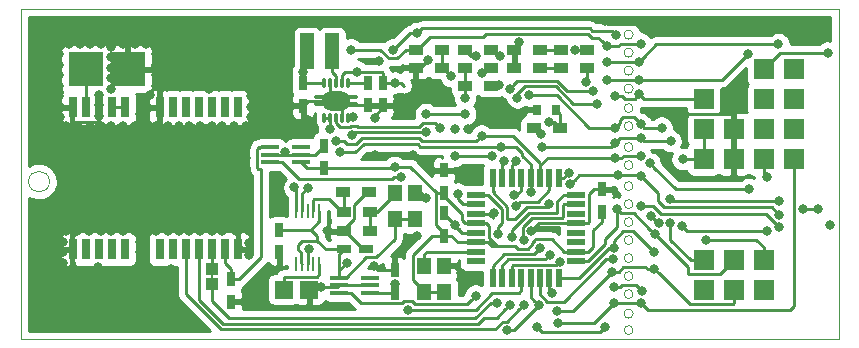
<source format=gbr>
G04 #@! TF.GenerationSoftware,KiCad,Pcbnew,(5.1.0)-1*
G04 #@! TF.CreationDate,2019-05-20T22:37:16-04:00*
G04 #@! TF.ProjectId,PicoTrackerWSPR1Rev5,5069636f-5472-4616-936b-657257535052,rev?*
G04 #@! TF.SameCoordinates,Original*
G04 #@! TF.FileFunction,Copper,L1,Top*
G04 #@! TF.FilePolarity,Positive*
%FSLAX46Y46*%
G04 Gerber Fmt 4.6, Leading zero omitted, Abs format (unit mm)*
G04 Created by KiCad (PCBNEW (5.1.0)-1) date 2019-05-20 22:37:16*
%MOMM*%
%LPD*%
G04 APERTURE LIST*
%ADD10C,0.100000*%
%ADD11C,0.150000*%
%ADD12O,3.799840X0.279400*%
%ADD13O,2.397760X1.648460*%
%ADD14O,0.279400X0.848360*%
%ADD15R,0.750000X1.200000*%
%ADD16R,1.200000X0.750000*%
%ADD17R,1.700000X1.700000*%
%ADD18R,1.200000X0.900000*%
%ADD19R,1.000000X1.000000*%
%ADD20R,1.143000X3.048000*%
%ADD21R,1.500000X0.400000*%
%ADD22R,0.797560X1.798320*%
%ADD23R,0.248920X1.300000*%
%ADD24R,0.550000X1.600000*%
%ADD25R,1.600000X0.550000*%
%ADD26R,3.000000X3.000000*%
%ADD27R,1.500000X1.500000*%
%ADD28R,1.193800X1.397000*%
%ADD29R,0.635000X0.863600*%
%ADD30C,0.800000*%
%ADD31C,0.250000*%
%ADD32C,0.254000*%
G04 APERTURE END LIST*
D10*
X53975000Y-62230000D02*
X53975000Y-63500000D01*
X123190000Y-62230000D02*
X123190000Y-63500000D01*
X53975000Y-90170000D02*
X53975000Y-63500000D01*
X123190000Y-90170000D02*
X53975000Y-90170000D01*
X123190000Y-63500000D02*
X123190000Y-90170000D01*
X53975000Y-62230000D02*
X123190000Y-62230000D01*
X105791021Y-89408000D02*
G75*
G03X105791021Y-89408000I-381021J0D01*
G01*
X105791021Y-64389000D02*
G75*
G03X105791021Y-64389000I-381021J0D01*
G01*
X105791021Y-65913000D02*
G75*
G03X105791021Y-65913000I-381021J0D01*
G01*
X105791021Y-67437000D02*
G75*
G03X105791021Y-67437000I-381021J0D01*
G01*
X105791021Y-68961000D02*
G75*
G03X105791021Y-68961000I-381021J0D01*
G01*
X105791021Y-70612000D02*
G75*
G03X105791021Y-70612000I-381021J0D01*
G01*
X105791021Y-72136000D02*
G75*
G03X105791021Y-72136000I-381021J0D01*
G01*
X105791021Y-73914000D02*
G75*
G03X105791021Y-73914000I-381021J0D01*
G01*
X105791021Y-75438000D02*
G75*
G03X105791021Y-75438000I-381021J0D01*
G01*
X105791021Y-77216000D02*
G75*
G03X105791021Y-77216000I-381021J0D01*
G01*
X105791021Y-78740000D02*
G75*
G03X105791021Y-78740000I-381021J0D01*
G01*
X105791021Y-80264000D02*
G75*
G03X105791021Y-80264000I-381021J0D01*
G01*
X105791021Y-81788000D02*
G75*
G03X105791021Y-81788000I-381021J0D01*
G01*
X105791021Y-83312000D02*
G75*
G03X105791021Y-83312000I-381021J0D01*
G01*
X105791021Y-86360000D02*
G75*
G03X105791021Y-86360000I-381021J0D01*
G01*
X105791021Y-84836000D02*
G75*
G03X105791021Y-84836000I-381021J0D01*
G01*
X105791021Y-88011000D02*
G75*
G03X105791021Y-88011000I-381021J0D01*
G01*
X56388000Y-76835000D02*
G75*
G03X56388000Y-76835000I-889000J0D01*
G01*
D11*
X70104000Y-85217000D02*
X70104000Y-84455000D01*
D12*
X80645000Y-69702680D03*
X80645000Y-70251320D03*
D13*
X80645000Y-69977000D03*
D14*
X81643220Y-71450200D03*
X81142840Y-71450200D03*
X80645000Y-71450200D03*
X80147160Y-71450200D03*
X79646780Y-71450200D03*
X79646780Y-68503800D03*
X80147160Y-68503800D03*
X80645000Y-68503800D03*
X81142840Y-68503800D03*
X81643220Y-68503800D03*
D15*
X103124000Y-77475000D03*
X103124000Y-79375000D03*
X77851000Y-68519000D03*
X77851000Y-70419000D03*
X83312000Y-70358000D03*
X83312000Y-68458000D03*
X84582000Y-68458000D03*
X84582000Y-70358000D03*
X71755000Y-85095000D03*
X71755000Y-86995000D03*
X79629000Y-73787000D03*
X79629000Y-75687000D03*
D16*
X81280000Y-82550000D03*
X83180000Y-82550000D03*
D15*
X85598000Y-86228000D03*
X85598000Y-84328000D03*
X89789000Y-75885000D03*
X89789000Y-77785000D03*
X75819000Y-80899000D03*
X75819000Y-82799000D03*
D17*
X111760000Y-74930000D03*
X114300000Y-74930000D03*
X116840000Y-69850000D03*
X119380000Y-69850000D03*
X111760000Y-72390000D03*
X116840000Y-72390000D03*
X119380000Y-72390000D03*
X116840000Y-83506000D03*
X114300000Y-83506000D03*
X111760000Y-83506000D03*
X116840000Y-86046000D03*
X114300000Y-86046000D03*
X111760000Y-86046000D03*
X119380000Y-74930000D03*
X116840000Y-74930000D03*
X116840000Y-67310000D03*
X119380000Y-67310000D03*
D18*
X97917000Y-65659000D03*
X95717000Y-65659000D03*
X95717000Y-67183000D03*
X97917000Y-67183000D03*
D19*
X70104000Y-85471000D03*
X70104000Y-84201000D03*
D20*
X80327500Y-65786000D03*
X78168500Y-65786000D03*
D21*
X77717000Y-73899000D03*
X77717000Y-74549000D03*
X77717000Y-75199000D03*
X75057000Y-75199000D03*
X75057000Y-74549000D03*
X75057000Y-73899000D03*
X80899000Y-84963000D03*
X80899000Y-85613000D03*
X80899000Y-86263000D03*
X83559000Y-86263000D03*
X83559000Y-85613000D03*
X83559000Y-84963000D03*
D22*
X72336660Y-70553580D03*
X71236840Y-70553580D03*
X70137020Y-70553580D03*
X69037200Y-70553580D03*
X67937380Y-70553580D03*
X66837560Y-70553580D03*
X65735200Y-70553580D03*
X62738000Y-70553580D03*
X61638180Y-70553580D03*
X60538360Y-70553580D03*
X59438540Y-70553580D03*
X58338720Y-70553580D03*
X58338720Y-82550000D03*
X59438540Y-82550000D03*
X60538360Y-82550000D03*
X61638180Y-82550000D03*
X62738000Y-82550000D03*
X65735200Y-82550000D03*
X66837560Y-82550000D03*
X67937380Y-82550000D03*
X69037200Y-82550000D03*
X70137020Y-82550000D03*
X71236840Y-82550000D03*
X72336660Y-82550000D03*
D23*
X79230220Y-79284000D03*
X78729840Y-79284000D03*
X78232000Y-79284000D03*
X77734160Y-79284000D03*
X77233780Y-79284000D03*
X77233780Y-83784000D03*
X77734160Y-83784000D03*
X78232000Y-83784000D03*
X78729840Y-83784000D03*
X79230220Y-83784000D03*
D18*
X101895000Y-65659000D03*
X99695000Y-65659000D03*
X99695000Y-67183000D03*
X101895000Y-67183000D03*
X93726000Y-65659000D03*
X91526000Y-65659000D03*
X91526000Y-67183000D03*
X93726000Y-67183000D03*
D24*
X93915000Y-76503000D03*
X94715000Y-76503000D03*
X95515000Y-76503000D03*
X96315000Y-76503000D03*
X97115000Y-76503000D03*
X97915000Y-76503000D03*
X98715000Y-76503000D03*
X99515000Y-76503000D03*
D25*
X100965000Y-77953000D03*
X100965000Y-78753000D03*
X100965000Y-79553000D03*
X100965000Y-80353000D03*
X100965000Y-81153000D03*
X100965000Y-81953000D03*
X100965000Y-82753000D03*
X100965000Y-83553000D03*
D24*
X99515000Y-85003000D03*
X98715000Y-85003000D03*
X97915000Y-85003000D03*
X97115000Y-85003000D03*
X96315000Y-85003000D03*
X95515000Y-85003000D03*
X94715000Y-85003000D03*
X93915000Y-85003000D03*
D25*
X92465000Y-83553000D03*
X92465000Y-82753000D03*
X92465000Y-81953000D03*
X92465000Y-81153000D03*
X92465000Y-80353000D03*
X92465000Y-79553000D03*
X92465000Y-78753000D03*
X92465000Y-77953000D03*
D17*
X111760000Y-69850000D03*
X114300000Y-72390000D03*
D18*
X89576000Y-65659000D03*
X87376000Y-65659000D03*
X87376000Y-67183000D03*
X89576000Y-67183000D03*
D15*
X89789000Y-79507000D03*
X89789000Y-81407000D03*
D26*
X62992000Y-67310000D03*
X59436000Y-67310000D03*
D27*
X78359000Y-85979000D03*
X76200000Y-85979000D03*
D18*
X99609000Y-72263000D03*
X97409000Y-72263000D03*
X93726000Y-68707000D03*
X91526000Y-68707000D03*
X81280000Y-81026000D03*
X83480000Y-81026000D03*
X81280000Y-79375000D03*
X83480000Y-79375000D03*
X81239000Y-77724000D03*
X83439000Y-77724000D03*
D28*
X89789000Y-86156800D03*
X89789000Y-83947000D03*
X88087200Y-83947000D03*
X88087200Y-86156800D03*
X85598000Y-80010000D03*
X85598000Y-77800200D03*
X87299800Y-77800200D03*
X87299800Y-80010000D03*
D29*
X97624900Y-70739000D03*
X99225100Y-70739000D03*
D30*
X57150000Y-68707000D03*
X57150000Y-67818000D03*
X57150000Y-66929000D03*
X57150000Y-66040000D03*
X57150000Y-65151000D03*
X58039000Y-65151000D03*
X58928000Y-65151000D03*
X59817000Y-65151000D03*
X60706000Y-65151000D03*
X61595000Y-65405000D03*
X61595000Y-66294000D03*
X61595000Y-67183000D03*
X61595000Y-68072000D03*
X57785000Y-81026000D03*
X57785000Y-80137000D03*
X57785000Y-79248000D03*
X57785000Y-78359000D03*
X57785000Y-77470000D03*
X57785000Y-76581000D03*
X57785000Y-75692000D03*
X57785000Y-74803000D03*
X57785000Y-73914000D03*
X57785000Y-73025000D03*
X57785000Y-72136000D03*
X73025000Y-72136000D03*
X73025000Y-74803000D03*
X73025000Y-76581000D03*
X73025000Y-78359000D03*
X73025000Y-73025000D03*
X73025000Y-75692000D03*
X73025000Y-77470000D03*
X73025000Y-73914000D03*
X60706000Y-76581000D03*
X60706000Y-78359000D03*
X60706000Y-79248000D03*
X60706000Y-73025000D03*
X60706000Y-81026000D03*
X60706000Y-77470000D03*
X60706000Y-80137000D03*
X60706000Y-73914000D03*
X60706000Y-74803000D03*
X60706000Y-72136000D03*
X60706000Y-75692000D03*
X63627000Y-80137000D03*
X63627000Y-79248000D03*
X63627000Y-73914000D03*
X63627000Y-81026000D03*
X63627000Y-75692000D03*
X63627000Y-76581000D03*
X63627000Y-78359000D03*
X63627000Y-73025000D03*
X63627000Y-77470000D03*
X63627000Y-74803000D03*
X63627000Y-72136000D03*
X66421000Y-80137000D03*
X66421000Y-81026000D03*
X66421000Y-73025000D03*
X66421000Y-79248000D03*
X66421000Y-77470000D03*
X66421000Y-76581000D03*
X66421000Y-75692000D03*
X66421000Y-73914000D03*
X66421000Y-78359000D03*
X66421000Y-74803000D03*
X66421000Y-72136000D03*
X70104000Y-74803000D03*
X70104000Y-76581000D03*
X70104000Y-75692000D03*
X70104000Y-78359000D03*
X70104000Y-73025000D03*
X70104000Y-72136000D03*
X70104000Y-79248000D03*
X70104000Y-77470000D03*
X70104000Y-80137000D03*
X70104000Y-73914000D03*
X58674000Y-81026000D03*
X59690000Y-81026000D03*
X64516000Y-81026000D03*
X65405000Y-81026000D03*
X67310000Y-81026000D03*
X68199000Y-81026000D03*
X70993000Y-81026000D03*
X61595000Y-72136000D03*
X62611000Y-72136000D03*
X64516000Y-72136000D03*
X65405000Y-72136000D03*
X67310000Y-72136000D03*
X68199000Y-72136000D03*
X69088000Y-72136000D03*
X70993000Y-72136000D03*
X72009000Y-72136000D03*
X59817000Y-72136000D03*
X58801000Y-72136000D03*
X60579000Y-71247000D03*
X60579000Y-70358000D03*
X57785000Y-84582000D03*
X57785000Y-85471000D03*
X57785000Y-86360000D03*
X57785000Y-87249000D03*
X58674000Y-87249000D03*
X59563000Y-87249000D03*
X60452000Y-87249000D03*
X61341000Y-87249000D03*
X62230000Y-87249000D03*
X63119000Y-87249000D03*
X64008000Y-87249000D03*
X64897000Y-87249000D03*
X65786000Y-87249000D03*
X66675000Y-87249000D03*
X60452000Y-86233000D03*
X60452000Y-85090000D03*
X64008000Y-86360000D03*
X64008000Y-85471000D03*
X64008000Y-84582000D03*
X64008000Y-83693000D03*
X64008000Y-82804000D03*
X64008000Y-81915000D03*
X66675000Y-86233000D03*
X66675000Y-85217000D03*
X66675000Y-84201000D03*
X65405000Y-65151000D03*
X65405000Y-66040000D03*
X65405000Y-66929000D03*
X65405000Y-67818000D03*
X65405000Y-68707000D03*
X66294000Y-65151000D03*
X67183000Y-65151000D03*
X68072000Y-65151000D03*
X68961000Y-65151000D03*
X69850000Y-65151000D03*
X70739000Y-65151000D03*
X71628000Y-65151000D03*
X72517000Y-65151000D03*
X73406000Y-65151000D03*
X73406000Y-66040000D03*
X73406000Y-66929000D03*
X73406000Y-67818000D03*
X73406000Y-68707000D03*
X73406000Y-69596000D03*
X73406000Y-70485000D03*
X73406000Y-71374000D03*
X69850000Y-66040000D03*
X69850000Y-66929000D03*
X69850000Y-67945000D03*
X69850000Y-68961000D03*
X64516000Y-65151000D03*
X63627000Y-65151000D03*
X62611000Y-65151000D03*
X60452000Y-84074000D03*
X60579000Y-69469000D03*
X69088000Y-81026000D03*
X62611000Y-81026000D03*
X61595000Y-81026000D03*
X70104000Y-81026000D03*
X61595000Y-68961000D03*
X78232000Y-71628000D03*
X72949069Y-79232814D03*
X72949069Y-80152186D03*
X106680000Y-63500000D03*
X64897000Y-69469000D03*
X64008000Y-71120000D03*
X64262000Y-70231000D03*
X73256991Y-81027634D03*
X72136000Y-81026000D03*
X57531000Y-82804000D03*
X57531000Y-81915000D03*
X57531000Y-83693000D03*
X57277000Y-71374000D03*
X57277000Y-70485000D03*
X57150000Y-69596000D03*
X76343931Y-74366782D03*
X78331828Y-82550001D03*
X79375000Y-85725000D03*
X88265000Y-78232000D03*
X90687001Y-80512939D03*
X91186000Y-84582000D03*
X93980000Y-79502000D03*
X88392000Y-66548000D03*
X84294839Y-66581161D03*
X91821000Y-76073000D03*
X86995000Y-70358000D03*
X83947000Y-74549000D03*
X87122000Y-74549000D03*
X96139000Y-65050033D03*
X97155000Y-81026000D03*
X73279000Y-86995000D03*
X103377997Y-63245997D03*
X107315000Y-71120000D03*
X73260974Y-82042001D03*
X75655010Y-77470000D03*
X73260974Y-83058000D03*
X83820000Y-83975037D03*
X87503000Y-81407000D03*
X81208989Y-81026000D03*
X83947000Y-71468979D03*
X91821000Y-72390000D03*
X104267000Y-69543993D03*
X106328969Y-69432402D03*
X82042000Y-71374000D03*
X82439200Y-67523040D03*
X85593000Y-68458000D03*
X85598000Y-85528080D03*
X104381194Y-64454208D03*
X85471000Y-65659000D03*
X92529391Y-66172726D03*
X85592804Y-75558773D03*
X87503000Y-64262000D03*
X109982000Y-74930000D03*
X106426000Y-65151000D03*
X77851000Y-67564000D03*
X80095560Y-72417890D03*
X81915000Y-65659000D03*
X103541990Y-65368010D03*
X91567000Y-69723000D03*
X91567000Y-71120000D03*
X81534000Y-83693000D03*
X82019940Y-72900605D03*
X88265000Y-72644000D03*
X88265000Y-71120000D03*
X115479884Y-66003010D03*
X106299000Y-68199000D03*
X102743000Y-70231000D03*
X95991968Y-69715786D03*
X95883640Y-75123719D03*
X103541990Y-68197698D03*
X118087091Y-65203657D03*
X106298992Y-66675000D03*
X102428522Y-69127958D03*
X95347790Y-68950895D03*
X94885239Y-75066991D03*
X103541990Y-66675000D03*
X115570000Y-77470000D03*
X104267000Y-74803000D03*
X106428616Y-74673382D03*
X107200924Y-75280844D03*
X92960898Y-67680161D03*
X80604002Y-73406000D03*
X77105095Y-77328433D03*
X92964000Y-72931913D03*
X118110000Y-78486000D03*
X108966000Y-73406000D03*
X108877453Y-78268990D03*
X104267000Y-73533000D03*
X106426008Y-73152000D03*
X80960669Y-74340244D03*
X94615000Y-73877010D03*
X78232014Y-77343000D03*
X94402654Y-68624182D03*
X98044000Y-73914000D03*
X97130418Y-77746044D03*
X112007411Y-81751010D03*
X107569002Y-82804000D03*
X104140000Y-82423000D03*
X104393850Y-79123231D03*
X107649612Y-81293606D03*
X108204000Y-72263000D03*
X104267000Y-72263000D03*
X106425082Y-71956050D03*
X94519628Y-66165100D03*
X96991002Y-69505998D03*
X95680407Y-77932415D03*
X108947835Y-80375030D03*
X104013000Y-84455000D03*
X107569000Y-84201000D03*
X99314000Y-87757000D03*
X98891364Y-86291318D03*
X104139988Y-87122000D03*
X106483685Y-87122000D03*
X96520000Y-87249000D03*
X99441000Y-88772994D03*
X96525448Y-81802974D03*
X117094000Y-76454000D03*
X117094000Y-81026000D03*
X104139998Y-85725000D03*
X106561420Y-86125014D03*
X107315000Y-79756000D03*
X107948462Y-80339294D03*
X109917365Y-80620052D03*
X103378000Y-89154000D03*
X95377000Y-87249000D03*
X97663000Y-89154000D03*
X95566143Y-81520558D03*
X118110000Y-80645000D03*
X122428000Y-80518000D03*
X122301000Y-65913000D03*
X106433007Y-78868118D03*
X104099648Y-83422198D03*
X121412000Y-79121000D03*
X120142000Y-79121000D03*
X118181031Y-79647514D03*
X106426000Y-76326996D03*
X104482945Y-76312619D03*
X100471423Y-77062961D03*
X98664976Y-78727968D03*
X86731659Y-87692965D03*
X86106000Y-76454000D03*
X92456000Y-86487000D03*
X95123000Y-89408000D03*
X97817120Y-87315398D03*
X100895002Y-65659000D03*
X98737013Y-83042196D03*
X101778001Y-68368454D03*
X99564984Y-83602988D03*
X90932000Y-77851000D03*
X89408000Y-72263000D03*
X90387915Y-67898455D03*
X90678000Y-72390000D03*
X93853000Y-74676000D03*
X90678000Y-74676000D03*
X95878122Y-78915123D03*
X94361000Y-81280000D03*
X94291459Y-87074514D03*
X100330000Y-76073000D03*
X98679000Y-71755000D03*
X97953990Y-72771000D03*
X97929315Y-82452580D03*
D31*
X58338720Y-71702740D02*
X58413721Y-71777741D01*
X58413721Y-71777741D02*
X60463359Y-71777741D01*
X60463359Y-71777741D02*
X60538360Y-71702740D01*
X60538360Y-71702740D02*
X60538360Y-70553580D01*
X58338720Y-70553580D02*
X58338720Y-71702740D01*
X114300000Y-74930000D02*
X114300000Y-72390000D01*
X72590660Y-82296000D02*
X72336660Y-82550000D01*
X84582000Y-70358000D02*
X83312000Y-70358000D01*
X80751680Y-70358000D02*
X80645000Y-70251320D01*
X83312000Y-70358000D02*
X80751680Y-70358000D01*
X81142840Y-70474840D02*
X80645000Y-69977000D01*
X81142840Y-71450200D02*
X81142840Y-70474840D01*
X80147160Y-69479160D02*
X80147160Y-68503800D01*
X80645000Y-69977000D02*
X80147160Y-69479160D01*
X78293000Y-69977000D02*
X77851000Y-70419000D01*
X80645000Y-69977000D02*
X78293000Y-69977000D01*
X77851000Y-70993000D02*
X77851000Y-70419000D01*
X78232000Y-71628000D02*
X77851000Y-70993000D01*
X77717000Y-74549000D02*
X76526149Y-74549000D01*
X76526149Y-74549000D02*
X76343931Y-74366782D01*
X76161713Y-74549000D02*
X76343931Y-74366782D01*
X75057000Y-74549000D02*
X76161713Y-74549000D01*
X78867000Y-74549000D02*
X79629000Y-73787000D01*
X77717000Y-74549000D02*
X78867000Y-74549000D01*
X78232000Y-82649829D02*
X78331828Y-82550001D01*
X78232000Y-83784000D02*
X78232000Y-82649829D01*
X80787000Y-85725000D02*
X80899000Y-85613000D01*
X79375000Y-85725000D02*
X80787000Y-85725000D01*
X81899000Y-85613000D02*
X83559000Y-85613000D01*
X80899000Y-85613000D02*
X81899000Y-85613000D01*
X87299800Y-77800200D02*
X87833200Y-77800200D01*
X87833200Y-77800200D02*
X88265000Y-78232000D01*
X89789000Y-79614938D02*
X90687001Y-80512939D01*
X89789000Y-79507000D02*
X89789000Y-79614938D01*
X91327062Y-81153000D02*
X92465000Y-81153000D01*
X90687001Y-80512939D02*
X91327062Y-81153000D01*
X89789000Y-83947000D02*
X90551000Y-83947000D01*
X90551000Y-83947000D02*
X91186000Y-84582000D01*
X93929000Y-79553000D02*
X93980000Y-79502000D01*
X92465000Y-79553000D02*
X93929000Y-79553000D01*
X87376000Y-67183000D02*
X87757000Y-67183000D01*
X87757000Y-67183000D02*
X88392000Y-66548000D01*
X89789000Y-75885000D02*
X91633000Y-75885000D01*
X91633000Y-75885000D02*
X91821000Y-76073000D01*
X87122000Y-74549000D02*
X83947000Y-74549000D01*
X95717000Y-65472033D02*
X96139000Y-65050033D01*
X95717000Y-65659000D02*
X95717000Y-65472033D01*
X102015000Y-80353000D02*
X100965000Y-80353000D01*
X102090001Y-80277999D02*
X102015000Y-80353000D01*
X102090001Y-77883999D02*
X102090001Y-80277999D01*
X102499000Y-77475000D02*
X102090001Y-77883999D01*
X103124000Y-77475000D02*
X102499000Y-77475000D01*
X97828000Y-80353000D02*
X97155000Y-81026000D01*
X100965000Y-80353000D02*
X97828000Y-80353000D01*
X103632000Y-63500000D02*
X103377997Y-63245997D01*
X106680000Y-63500000D02*
X103632000Y-63500000D01*
X114300000Y-72390000D02*
X114300000Y-71290000D01*
X114300000Y-71290000D02*
X114130000Y-71120000D01*
X107880685Y-71120000D02*
X107315000Y-71120000D01*
X114130000Y-71120000D02*
X107880685Y-71120000D01*
X85598000Y-84328000D02*
X84172963Y-84328000D01*
X84172963Y-84328000D02*
X83820000Y-83975037D01*
X83439000Y-77724000D02*
X83289000Y-77724000D01*
X81280000Y-81026000D02*
X81208989Y-81026000D01*
X83289000Y-77724000D02*
X82205001Y-78807999D01*
X82205001Y-80029988D02*
X81608988Y-80626001D01*
X82955000Y-82550000D02*
X81431000Y-81026000D01*
X83180000Y-82550000D02*
X82955000Y-82550000D01*
X81431000Y-81026000D02*
X81208989Y-81026000D01*
X81608988Y-80626001D02*
X81208989Y-81026000D01*
X82205001Y-78807999D02*
X82205001Y-80029988D01*
X83947000Y-71218000D02*
X83947000Y-71468979D01*
X84582000Y-70358000D02*
X84582000Y-70583000D01*
X84582000Y-70583000D02*
X83947000Y-71218000D01*
X111760000Y-69850000D02*
X106746567Y-69850000D01*
X105121093Y-69832401D02*
X105928970Y-69832401D01*
X106746567Y-69850000D02*
X106728968Y-69832401D01*
X105928970Y-69832401D02*
X106328969Y-69432402D01*
X106728968Y-69832401D02*
X106328969Y-69432402D01*
X81643220Y-71450200D02*
X81965800Y-71450200D01*
X81965800Y-71450200D02*
X82042000Y-71374000D01*
X84582000Y-68458000D02*
X85593000Y-68458000D01*
X81439461Y-67532999D02*
X81142840Y-67829620D01*
X84506999Y-67532999D02*
X81439461Y-67532999D01*
X84582000Y-67608000D02*
X84506999Y-67532999D01*
X84582000Y-68458000D02*
X84582000Y-67608000D01*
X81142840Y-67829620D02*
X81142840Y-68503800D01*
X78205000Y-75687000D02*
X77717000Y-75199000D01*
X79629000Y-75687000D02*
X78205000Y-75687000D01*
X89164000Y-77785000D02*
X89789000Y-77785000D01*
X89789000Y-81182000D02*
X89789000Y-81407000D01*
X89088999Y-80481999D02*
X89789000Y-81182000D01*
X89088999Y-77860001D02*
X89088999Y-80481999D01*
X89164000Y-77785000D02*
X89088999Y-77860001D01*
X91415000Y-81953000D02*
X92465000Y-81953000D01*
X90960000Y-81953000D02*
X91415000Y-81953000D01*
X90414000Y-81407000D02*
X90960000Y-81953000D01*
X89789000Y-81407000D02*
X90414000Y-81407000D01*
X85563000Y-86263000D02*
X85598000Y-86228000D01*
X83559000Y-86263000D02*
X85563000Y-86263000D01*
X85598000Y-86228000D02*
X85598000Y-85528080D01*
X88087200Y-86156800D02*
X89789000Y-86156800D01*
X86158685Y-68458000D02*
X86407685Y-68707000D01*
X85593000Y-68458000D02*
X86158685Y-68458000D01*
X93515000Y-81953000D02*
X93821002Y-82259002D01*
X92465000Y-81953000D02*
X93515000Y-81953000D01*
X93821002Y-82259002D02*
X95790998Y-82259002D01*
X99915000Y-82753000D02*
X100965000Y-82753000D01*
X98889579Y-81727579D02*
X99915000Y-82753000D01*
X97526425Y-81727579D02*
X98889579Y-81727579D01*
X97503002Y-81751002D02*
X97526425Y-81727579D01*
X93325002Y-80353000D02*
X92465000Y-80353000D01*
X93590001Y-80617999D02*
X93325002Y-80353000D01*
X93590001Y-81582005D02*
X93590001Y-80617999D01*
X94266998Y-82259002D02*
X93590001Y-81582005D01*
X95790998Y-82259002D02*
X94266998Y-82259002D01*
X104832685Y-69543993D02*
X104267000Y-69543993D01*
X105121093Y-69832401D02*
X104832685Y-69543993D01*
X91339999Y-79560999D02*
X91339999Y-80092933D01*
X91339999Y-80092933D02*
X91600066Y-80353000D01*
X89789000Y-78010000D02*
X91339999Y-79560999D01*
X89789000Y-77785000D02*
X89789000Y-78010000D01*
X91600066Y-80353000D02*
X92465000Y-80353000D01*
X103124000Y-80225000D02*
X102419991Y-80929009D01*
X102419991Y-82348009D02*
X102015000Y-82753000D01*
X102015000Y-82753000D02*
X100965000Y-82753000D01*
X102419991Y-80929009D02*
X102419991Y-82348009D01*
X103124000Y-79375000D02*
X103124000Y-80225000D01*
X96873450Y-82527976D02*
X96059972Y-82527976D01*
X97503002Y-81751002D02*
X97255987Y-81998017D01*
X97255987Y-82145439D02*
X96873450Y-82527976D01*
X97255987Y-81998017D02*
X97255987Y-82145439D01*
X96059972Y-82527976D02*
X95790998Y-82259002D01*
X88087200Y-86055200D02*
X88087200Y-86156800D01*
X87165299Y-85133299D02*
X88087200Y-86055200D01*
X87165299Y-83014701D02*
X87165299Y-85133299D01*
X89789000Y-81407000D02*
X88773000Y-81407000D01*
X88773000Y-81407000D02*
X87165299Y-83014701D01*
X92039726Y-66172726D02*
X91526000Y-65659000D01*
X92529391Y-66172726D02*
X92039726Y-66172726D01*
X86158489Y-75558773D02*
X85592804Y-75558773D01*
X89164000Y-77785000D02*
X86937773Y-75558773D01*
X85464577Y-75687000D02*
X85592804Y-75558773D01*
X86937773Y-75558773D02*
X86158489Y-75558773D01*
X79629000Y-75687000D02*
X85464577Y-75687000D01*
X86937315Y-64262000D02*
X87503000Y-64262000D01*
X86868000Y-64262000D02*
X86937315Y-64262000D01*
X85471000Y-65659000D02*
X86868000Y-64262000D01*
X87902999Y-63862001D02*
X87503000Y-64262000D01*
X102158997Y-63862001D02*
X87902999Y-63862001D01*
X103981195Y-64054209D02*
X102351205Y-64054209D01*
X102351205Y-64054209D02*
X102158997Y-63862001D01*
X104381194Y-64454208D02*
X103981195Y-64054209D01*
X111760000Y-72390000D02*
X111760000Y-74930000D01*
X111760000Y-74930000D02*
X109982000Y-74930000D01*
X77851000Y-66103500D02*
X78168500Y-65786000D01*
X79631580Y-68519000D02*
X79646780Y-68503800D01*
X77851000Y-68519000D02*
X79631580Y-68519000D01*
X80147160Y-71450200D02*
X79646780Y-71450200D01*
X77851000Y-68519000D02*
X77851000Y-67564000D01*
X77851000Y-67564000D02*
X77851000Y-66103500D01*
X80147160Y-72366290D02*
X80095560Y-72417890D01*
X80147160Y-71450200D02*
X80147160Y-72366290D01*
X104540394Y-65368010D02*
X104107675Y-65368010D01*
X104757404Y-65151000D02*
X104540394Y-65368010D01*
X106426000Y-65151000D02*
X104757404Y-65151000D01*
X104107675Y-65368010D02*
X103541990Y-65368010D01*
X86526000Y-65659000D02*
X85800999Y-66384001D01*
X85800999Y-66384001D02*
X85122999Y-66384001D01*
X87376000Y-65659000D02*
X86526000Y-65659000D01*
X85122999Y-66384001D02*
X84397998Y-65659000D01*
X82480685Y-65659000D02*
X81915000Y-65659000D01*
X84397998Y-65659000D02*
X82480685Y-65659000D01*
X102335598Y-64675013D02*
X102848993Y-64675013D01*
X87376000Y-65659000D02*
X87526000Y-65659000D01*
X87526000Y-65659000D02*
X88584989Y-64600011D01*
X102848993Y-64675013D02*
X103141991Y-64968011D01*
X103141991Y-64968011D02*
X103541990Y-65368010D01*
X101985607Y-64325021D02*
X102335598Y-64675013D01*
X93338981Y-64325021D02*
X101985607Y-64325021D01*
X93063991Y-64600011D02*
X93338981Y-64325021D01*
X88584989Y-64600011D02*
X93063991Y-64600011D01*
X81689020Y-68458000D02*
X81643220Y-68503800D01*
X83312000Y-68458000D02*
X81689020Y-68458000D01*
X71236840Y-83699160D02*
X71236840Y-82550000D01*
X71236840Y-83726840D02*
X71236840Y-83699160D01*
X71755000Y-84245000D02*
X71236840Y-83726840D01*
X71755000Y-85095000D02*
X71755000Y-84245000D01*
X72435602Y-85095000D02*
X71755000Y-85095000D01*
X74295000Y-75724001D02*
X74295000Y-83235602D01*
X74046999Y-75724001D02*
X74295000Y-75724001D01*
X74295000Y-83235602D02*
X72435602Y-85095000D01*
X74057000Y-73899000D02*
X74181999Y-74023999D01*
X74181999Y-74023999D02*
X74046999Y-74023999D01*
X75057000Y-73899000D02*
X74057000Y-73899000D01*
X74046999Y-74023999D02*
X73981999Y-74088999D01*
X73981999Y-74088999D02*
X73981999Y-75659001D01*
X73981999Y-75659001D02*
X74046999Y-75724001D01*
X79230220Y-80184000D02*
X79230220Y-79284000D01*
X78515220Y-80899000D02*
X79230220Y-80184000D01*
X80899000Y-82931000D02*
X81280000Y-82550000D01*
X80899000Y-84963000D02*
X80899000Y-82931000D01*
X85598000Y-80010000D02*
X87299800Y-80010000D01*
X78178006Y-80899000D02*
X76444000Y-80899000D01*
X76444000Y-80899000D02*
X75819000Y-80899000D01*
X80899000Y-84963000D02*
X80899000Y-83619994D01*
X81449000Y-84963000D02*
X83161999Y-83250001D01*
X85598000Y-81692002D02*
X85598000Y-80958500D01*
X84040001Y-83250001D02*
X85598000Y-81692002D01*
X83161999Y-83250001D02*
X84040001Y-83250001D01*
X80899000Y-84963000D02*
X81449000Y-84963000D01*
X85598000Y-80958500D02*
X85598000Y-80010000D01*
X91526000Y-67183000D02*
X91526000Y-68707000D01*
X91526000Y-68707000D02*
X91526000Y-69682000D01*
X91526000Y-69682000D02*
X91567000Y-69723000D01*
X91567000Y-71120000D02*
X88392000Y-71120000D01*
X80899000Y-84963000D02*
X80899000Y-84328000D01*
X80899000Y-84328000D02*
X81534000Y-83693000D01*
X82019940Y-72900605D02*
X82276545Y-72644000D01*
X82276545Y-72644000D02*
X88265000Y-72644000D01*
X77683241Y-82873999D02*
X77683241Y-83733081D01*
X77683241Y-83733081D02*
X77734160Y-83784000D01*
X81280000Y-82550000D02*
X79756000Y-82550000D01*
X77756998Y-81824998D02*
X77379998Y-82201998D01*
X77379998Y-82201998D02*
X77379998Y-82570756D01*
X79756000Y-82550000D02*
X79030998Y-81824998D01*
X79030998Y-81824998D02*
X77756998Y-81824998D01*
X77379998Y-82570756D02*
X77683241Y-82873999D01*
X79030998Y-81443998D02*
X78486000Y-80899000D01*
X79030998Y-81824998D02*
X79030998Y-81443998D01*
X75819000Y-80899000D02*
X78486000Y-80899000D01*
X78486000Y-80899000D02*
X78515220Y-80899000D01*
X106297698Y-68197698D02*
X106299000Y-68199000D01*
X106864685Y-68199000D02*
X106299000Y-68199000D01*
X115479884Y-66003010D02*
X113283894Y-68199000D01*
X113283894Y-68199000D02*
X106864685Y-68199000D01*
X100687812Y-70231000D02*
X99237808Y-68780996D01*
X95991968Y-69432028D02*
X95991968Y-69715786D01*
X99237808Y-68780996D02*
X96643000Y-68780996D01*
X102743000Y-70231000D02*
X100687812Y-70231000D01*
X96643000Y-68780996D02*
X95991968Y-69432028D01*
X95844281Y-75123719D02*
X95883640Y-75123719D01*
X95515000Y-75453000D02*
X95844281Y-75123719D01*
X95515000Y-76503000D02*
X95515000Y-75453000D01*
X103543292Y-68199000D02*
X103541990Y-68197698D01*
X106299000Y-68199000D02*
X103543292Y-68199000D01*
X107770335Y-65203657D02*
X106698991Y-66275001D01*
X118087091Y-65203657D02*
X107770335Y-65203657D01*
X106698991Y-66275001D02*
X106298992Y-66675000D01*
X99387209Y-68293987D02*
X96004698Y-68293987D01*
X102428522Y-69127958D02*
X100221180Y-69127958D01*
X100221180Y-69127958D02*
X99387209Y-68293987D01*
X96004698Y-68293987D02*
X95747789Y-68550896D01*
X95747789Y-68550896D02*
X95347790Y-68950895D01*
X94715000Y-75237230D02*
X94885239Y-75066991D01*
X94715000Y-76503000D02*
X94715000Y-75237230D01*
X106298992Y-66675000D02*
X103541990Y-66675000D01*
X104962303Y-74673382D02*
X106428616Y-74673382D01*
X107600923Y-75680843D02*
X107200924Y-75280844D01*
X115570000Y-77470000D02*
X109390080Y-77470000D01*
X109390080Y-77470000D02*
X107600923Y-75680843D01*
X93726000Y-67183000D02*
X93458059Y-67183000D01*
X93458059Y-67183000D02*
X92960898Y-67680161D01*
X77233780Y-79284000D02*
X77233780Y-77457118D01*
X77233780Y-77457118D02*
X77105095Y-77328433D01*
X104832685Y-74803000D02*
X104267000Y-74803000D01*
X104962303Y-74673382D02*
X104832685Y-74803000D01*
X103701315Y-74803000D02*
X104267000Y-74803000D01*
X98565000Y-74803000D02*
X103701315Y-74803000D01*
X97915000Y-75453000D02*
X98565000Y-74803000D01*
X97915000Y-76503000D02*
X97915000Y-75453000D01*
X97915000Y-75250585D02*
X95596328Y-72931913D01*
X97915000Y-76503000D02*
X97915000Y-75250585D01*
X93529685Y-72931913D02*
X92964000Y-72931913D01*
X95596328Y-72931913D02*
X93529685Y-72931913D01*
X82351142Y-73642403D02*
X82841545Y-73152000D01*
X80604002Y-73406000D02*
X81351802Y-73406000D01*
X92526911Y-73369002D02*
X92564001Y-73331912D01*
X81588205Y-73642403D02*
X82351142Y-73642403D01*
X92564001Y-73331912D02*
X92964000Y-72931913D01*
X87916998Y-73369002D02*
X92526911Y-73369002D01*
X87699996Y-73152000D02*
X87916998Y-73369002D01*
X82841545Y-73152000D02*
X87699996Y-73152000D01*
X81351802Y-73406000D02*
X81588205Y-73642403D01*
X108877453Y-78397453D02*
X108877453Y-78268990D01*
X108966000Y-78486000D02*
X108877453Y-78397453D01*
X118110000Y-78486000D02*
X108966000Y-78486000D01*
X108966000Y-73406000D02*
X106680008Y-73406000D01*
X106680008Y-73406000D02*
X106426008Y-73152000D01*
X106407009Y-73133001D02*
X106426008Y-73152000D01*
X77734160Y-77840854D02*
X77832015Y-77742999D01*
X77832015Y-77742999D02*
X78232014Y-77343000D01*
X77734160Y-79284000D02*
X77734160Y-77840854D01*
X93808818Y-68624182D02*
X93836969Y-68624182D01*
X93726000Y-68707000D02*
X93808818Y-68624182D01*
X93836969Y-68624182D02*
X94402654Y-68624182D01*
X97115000Y-76503000D02*
X97115000Y-75330824D01*
X97115000Y-75330824D02*
X96418977Y-74634801D01*
X95180685Y-73877010D02*
X94615000Y-73877010D01*
X96418977Y-74634801D02*
X96418977Y-74390973D01*
X95905014Y-73877010D02*
X95180685Y-73877010D01*
X96418977Y-74390973D02*
X95905014Y-73877010D01*
X98044000Y-73914000D02*
X103886000Y-73914000D01*
X103886000Y-73914000D02*
X104267000Y-73533000D01*
X104648000Y-73152000D02*
X106426008Y-73152000D01*
X104267000Y-73533000D02*
X104648000Y-73152000D01*
X97115000Y-77730626D02*
X97130418Y-77746044D01*
X97115000Y-76503000D02*
X97115000Y-77730626D01*
X80960669Y-74340244D02*
X82289712Y-74340244D01*
X82289712Y-74340244D02*
X82973033Y-73656923D01*
X82973033Y-73656923D02*
X87568508Y-73656923D01*
X87568508Y-73656923D02*
X87788595Y-73877010D01*
X94049315Y-73877010D02*
X94615000Y-73877010D01*
X87788595Y-73877010D02*
X94049315Y-73877010D01*
X112573096Y-81751010D02*
X112007411Y-81751010D01*
X116185010Y-81751010D02*
X112573096Y-81751010D01*
X116840000Y-82406000D02*
X116185010Y-81751010D01*
X116840000Y-83506000D02*
X116840000Y-82406000D01*
X100040000Y-85003000D02*
X99515000Y-85003000D01*
X107569002Y-82804000D02*
X105791002Y-81026000D01*
X104140000Y-81857315D02*
X104140000Y-82423000D01*
X105791002Y-81026000D02*
X104971315Y-81026000D01*
X104971315Y-81026000D02*
X104140000Y-81857315D01*
X104140000Y-82423000D02*
X103755002Y-82423000D01*
X101175002Y-85003000D02*
X100040000Y-85003000D01*
X103755002Y-82423000D02*
X101175002Y-85003000D01*
X104393850Y-79123231D02*
X104772619Y-79502000D01*
X107249613Y-80893607D02*
X107649612Y-81293606D01*
X114300000Y-83506000D02*
X113124999Y-84681001D01*
X113124999Y-84681001D02*
X110404509Y-84681001D01*
X105858006Y-79502000D02*
X107249613Y-80893607D01*
X104772619Y-79502000D02*
X105858006Y-79502000D01*
X110404509Y-84048503D02*
X107649612Y-81293606D01*
X110404509Y-84681001D02*
X110404509Y-84048503D01*
X103414998Y-82126593D02*
X101988592Y-83553000D01*
X103414998Y-81680067D02*
X103414998Y-82126593D01*
X101988592Y-83553000D02*
X100965000Y-83553000D01*
X104393850Y-79123231D02*
X104393850Y-80701215D01*
X104393850Y-80701215D02*
X103414998Y-81680067D01*
X106025083Y-71556051D02*
X106425082Y-71956050D01*
X106732032Y-72263000D02*
X106425082Y-71956050D01*
X108204000Y-72263000D02*
X106732032Y-72263000D01*
X105848044Y-71379012D02*
X106025083Y-71556051D01*
X93726000Y-65659000D02*
X94013528Y-65659000D01*
X94013528Y-65659000D02*
X94519628Y-66165100D01*
X102083402Y-72263000D02*
X99326400Y-69505998D01*
X104267000Y-72263000D02*
X102083402Y-72263000D01*
X99326400Y-69505998D02*
X96991002Y-69505998D01*
X104931660Y-71379012D02*
X105277988Y-71379012D01*
X104666999Y-71643673D02*
X104931660Y-71379012D01*
X104666999Y-71863001D02*
X104666999Y-71643673D01*
X104267000Y-72263000D02*
X104666999Y-71863001D01*
X105023988Y-71379012D02*
X105277988Y-71379012D01*
X105277988Y-71379012D02*
X105848044Y-71379012D01*
X96315000Y-77553000D02*
X95935585Y-77932415D01*
X95935585Y-77932415D02*
X95680407Y-77932415D01*
X96315000Y-76503000D02*
X96315000Y-77553000D01*
X108947835Y-81793835D02*
X108947835Y-80940715D01*
X110660000Y-83506000D02*
X108947835Y-81793835D01*
X108947835Y-80940715D02*
X108947835Y-80375030D01*
X111760000Y-83506000D02*
X110660000Y-83506000D01*
X114300000Y-86046000D02*
X114300000Y-87146000D01*
X114300000Y-87146000D02*
X114224999Y-87221001D01*
X114224999Y-87221001D02*
X110589001Y-87221001D01*
X107968999Y-84600999D02*
X107569000Y-84201000D01*
X110589001Y-87221001D02*
X107968999Y-84600999D01*
X107003315Y-84201000D02*
X106876315Y-84074000D01*
X107569000Y-84201000D02*
X107003315Y-84201000D01*
X104578685Y-84455000D02*
X104013000Y-84455000D01*
X104959685Y-84074000D02*
X104578685Y-84455000D01*
X106876315Y-84074000D02*
X104959685Y-84074000D01*
X100711000Y-87757000D02*
X104013000Y-84455000D01*
X99314000Y-87757000D02*
X100711000Y-87757000D01*
X98715000Y-85003000D02*
X98715000Y-86114954D01*
X98715000Y-86114954D02*
X98891364Y-86291318D01*
X107032697Y-87671012D02*
X106483685Y-87122000D01*
X119084988Y-87671012D02*
X107032697Y-87671012D01*
X119380000Y-74930000D02*
X119380000Y-87376000D01*
X119380000Y-87376000D02*
X119084988Y-87671012D01*
X106483685Y-87122000D02*
X104139988Y-87122000D01*
X67937380Y-82550000D02*
X67937380Y-86352380D01*
X96120001Y-87648999D02*
X96520000Y-87249000D01*
X94774998Y-88682998D02*
X95086002Y-88682998D01*
X70902999Y-89317999D02*
X94139997Y-89317999D01*
X67937380Y-86352380D02*
X70902999Y-89317999D01*
X95086002Y-88682998D02*
X96120001Y-87648999D01*
X94139997Y-89317999D02*
X94774998Y-88682998D01*
X102488994Y-88772994D02*
X100006685Y-88772994D01*
X104139988Y-87122000D02*
X102488994Y-88772994D01*
X100006685Y-88772994D02*
X99441000Y-88772994D01*
X96429998Y-80677998D02*
X96429998Y-81707524D01*
X99839999Y-79796421D02*
X99733431Y-79902989D01*
X99733431Y-79902989D02*
X97205007Y-79902989D01*
X97205007Y-79902989D02*
X96429998Y-80677998D01*
X96429998Y-81707524D02*
X96525448Y-81802974D01*
X99839999Y-78828001D02*
X99839999Y-79796421D01*
X99915000Y-78753000D02*
X99839999Y-78828001D01*
X100965000Y-78753000D02*
X99915000Y-78753000D01*
X116840000Y-74930000D02*
X116840000Y-76200000D01*
X116840000Y-76200000D02*
X117094000Y-76454000D01*
X107898294Y-80339294D02*
X107948462Y-80339294D01*
X110317364Y-81020051D02*
X109917365Y-80620052D01*
X117094000Y-81026000D02*
X110323313Y-81026000D01*
X107315000Y-79756000D02*
X107898294Y-80339294D01*
X110323313Y-81026000D02*
X110317364Y-81020051D01*
X106561420Y-86125014D02*
X106034406Y-85598000D01*
X104705683Y-85725000D02*
X104139998Y-85725000D01*
X104832683Y-85598000D02*
X104705683Y-85725000D01*
X106034406Y-85598000D02*
X104832683Y-85598000D01*
X92683599Y-88867988D02*
X93191599Y-88359988D01*
X71089398Y-88867988D02*
X92683599Y-88867988D01*
X94266012Y-88359988D02*
X94977001Y-87648999D01*
X69037200Y-82550000D02*
X69037200Y-86815790D01*
X93191599Y-88359988D02*
X94266012Y-88359988D01*
X69037200Y-86815790D02*
X71089398Y-88867988D01*
X94977001Y-87648999D02*
X95377000Y-87249000D01*
X98062999Y-89553999D02*
X97663000Y-89154000D01*
X103378000Y-89154000D02*
X102978001Y-89553999D01*
X102978001Y-89553999D02*
X98062999Y-89553999D01*
X99389988Y-78478012D02*
X99389988Y-79413021D01*
X95566143Y-80954873D02*
X95566143Y-81520558D01*
X95566143Y-80905442D02*
X95566143Y-80954873D01*
X99915000Y-77953000D02*
X99389988Y-78478012D01*
X97018607Y-79452978D02*
X95566143Y-80905442D01*
X99389988Y-79413021D02*
X99350031Y-79452978D01*
X99350031Y-79452978D02*
X97018607Y-79452978D01*
X100965000Y-77953000D02*
X99915000Y-77953000D01*
X118237000Y-65913000D02*
X116840000Y-67310000D01*
X122301000Y-65913000D02*
X118237000Y-65913000D01*
X106998692Y-78868118D02*
X106433007Y-78868118D01*
X107475288Y-78868118D02*
X106998692Y-78868118D01*
X117024832Y-79559832D02*
X108167002Y-79559832D01*
X108167002Y-79559832D02*
X107475288Y-78868118D01*
X118110000Y-80645000D02*
X117024832Y-79559832D01*
X99939841Y-87016320D02*
X98543362Y-87016320D01*
X98543362Y-87016320D02*
X97915000Y-86387958D01*
X97915000Y-86053000D02*
X97915000Y-85003000D01*
X104099648Y-83422198D02*
X103533963Y-83422198D01*
X103533963Y-83422198D02*
X99939841Y-87016320D01*
X97915000Y-86387958D02*
X97915000Y-86053000D01*
X121412000Y-79121000D02*
X120142000Y-79121000D01*
X118181031Y-79647514D02*
X117527517Y-78994000D01*
X106369064Y-76270060D02*
X106426000Y-76326996D01*
X107913002Y-77813998D02*
X106825999Y-76726995D01*
X107913002Y-78506687D02*
X107913002Y-77813998D01*
X108400315Y-78994000D02*
X107913002Y-78506687D01*
X117527517Y-78994000D02*
X108400315Y-78994000D01*
X106825999Y-76726995D02*
X106426000Y-76326996D01*
X93915000Y-77553000D02*
X93980000Y-77618000D01*
X93915000Y-77553000D02*
X93915000Y-76503000D01*
X106411623Y-76312619D02*
X106426000Y-76326996D01*
X104482945Y-76312619D02*
X106411623Y-76312619D01*
X104482945Y-76312619D02*
X101221765Y-76312619D01*
X101221765Y-76312619D02*
X100871422Y-76662962D01*
X100871422Y-76662962D02*
X100471423Y-77062961D01*
X96832208Y-79002967D02*
X98389977Y-79002967D01*
X98389977Y-79002967D02*
X98664976Y-78727968D01*
X93915000Y-77727585D02*
X95155013Y-78967598D01*
X95155013Y-78967598D02*
X95155013Y-80036402D01*
X95798773Y-80036402D02*
X96832208Y-79002967D01*
X93915000Y-77553000D02*
X93915000Y-77727585D01*
X95155013Y-80036402D02*
X95798773Y-80036402D01*
X59438540Y-67312540D02*
X59436000Y-67310000D01*
X59438540Y-70553580D02*
X59438540Y-67312540D01*
X79230220Y-84684000D02*
X79230220Y-83784000D01*
X79010221Y-84903999D02*
X79230220Y-84684000D01*
X76275001Y-84903999D02*
X79010221Y-84903999D01*
X76200000Y-84979000D02*
X76275001Y-84903999D01*
X76200000Y-85979000D02*
X76200000Y-84979000D01*
X99695000Y-65659000D02*
X97917000Y-65659000D01*
X99695000Y-67183000D02*
X97917000Y-67183000D01*
X70137020Y-82550000D02*
X70137020Y-84054990D01*
X80645000Y-67877500D02*
X80645000Y-68503800D01*
X80327500Y-67560000D02*
X80645000Y-67877500D01*
X80327500Y-65786000D02*
X80327500Y-67560000D01*
X96315000Y-86053000D02*
X96098001Y-86269999D01*
X92463033Y-87692965D02*
X87297344Y-87692965D01*
X96098001Y-86269999D02*
X93885999Y-86269999D01*
X96315000Y-85003000D02*
X96315000Y-86053000D01*
X87297344Y-87692965D02*
X86731659Y-87692965D01*
X93885999Y-86269999D02*
X92463033Y-87692965D01*
X85540315Y-76454000D02*
X86106000Y-76454000D01*
X76057000Y-75199000D02*
X77470001Y-76612001D01*
X75057000Y-75199000D02*
X76057000Y-75199000D01*
X77470001Y-76612001D02*
X85382314Y-76612001D01*
X85382314Y-76612001D02*
X85540315Y-76454000D01*
X80899000Y-86263000D02*
X81899000Y-86263000D01*
X87291999Y-87180301D02*
X91762699Y-87180301D01*
X86383657Y-86967963D02*
X87079661Y-86967963D01*
X92056001Y-86886999D02*
X92456000Y-86487000D01*
X86198619Y-87153001D02*
X86383657Y-86967963D01*
X82789001Y-87153001D02*
X86198619Y-87153001D01*
X81899000Y-86263000D02*
X82789001Y-87153001D01*
X87079661Y-86967963D02*
X87291999Y-87180301D01*
X91762699Y-87180301D02*
X92056001Y-86886999D01*
X97115000Y-86613278D02*
X97417121Y-86915399D01*
X97417121Y-87715397D02*
X97817120Y-87315398D01*
X97115000Y-85003000D02*
X97115000Y-86613278D01*
X95724518Y-89408000D02*
X97417121Y-87715397D01*
X95123000Y-89408000D02*
X95724518Y-89408000D01*
X97417121Y-86915399D02*
X97817120Y-87315398D01*
X81130000Y-79375000D02*
X81280000Y-79375000D01*
X80063999Y-78308999D02*
X81130000Y-79375000D01*
X78804841Y-78308999D02*
X80063999Y-78308999D01*
X78729840Y-78384000D02*
X78804841Y-78308999D01*
X78729840Y-79284000D02*
X78729840Y-78384000D01*
X81280000Y-77765000D02*
X81239000Y-77724000D01*
X81280000Y-79375000D02*
X81280000Y-77765000D01*
X101895000Y-65659000D02*
X100895002Y-65659000D01*
X98351221Y-83427988D02*
X98737013Y-83042196D01*
X94715000Y-85003000D02*
X94715000Y-83953000D01*
X95240012Y-83427988D02*
X98351221Y-83427988D01*
X94715000Y-83953000D02*
X95240012Y-83427988D01*
X101895000Y-67183000D02*
X101895000Y-68251455D01*
X101895000Y-68251455D02*
X101778001Y-68368454D01*
X95590001Y-83877999D02*
X99289973Y-83877999D01*
X95515000Y-83953000D02*
X95590001Y-83877999D01*
X99289973Y-83877999D02*
X99564984Y-83602988D01*
X95515000Y-85003000D02*
X95515000Y-83953000D01*
X90932000Y-78270000D02*
X90932000Y-77851000D01*
X91415000Y-78753000D02*
X90932000Y-78270000D01*
X92465000Y-78753000D02*
X91415000Y-78753000D01*
X89008001Y-71863001D02*
X87972995Y-71863001D01*
X82390001Y-72099001D02*
X81936098Y-72099001D01*
X81936098Y-72099001D02*
X81835709Y-72199390D01*
X81835709Y-72199390D02*
X80950351Y-72199390D01*
X80950351Y-72199390D02*
X80645000Y-71894039D01*
X80645000Y-71894039D02*
X80645000Y-71450200D01*
X87972995Y-71863001D02*
X87642007Y-72193989D01*
X82484989Y-72193989D02*
X82390001Y-72099001D01*
X89408000Y-72263000D02*
X89008001Y-71863001D01*
X87642007Y-72193989D02*
X82484989Y-72193989D01*
X89576000Y-65659000D02*
X89576000Y-67183000D01*
X89576000Y-67183000D02*
X89672460Y-67183000D01*
X89672460Y-67183000D02*
X90387915Y-67898455D01*
X93853000Y-74676000D02*
X90678000Y-74676000D01*
X98715000Y-77553000D02*
X97715044Y-78552956D01*
X96240289Y-78552956D02*
X95878122Y-78915123D01*
X97715044Y-78552956D02*
X96240289Y-78552956D01*
X98715000Y-76503000D02*
X98715000Y-77553000D01*
X61638180Y-70553580D02*
X62738000Y-70553580D01*
X71617975Y-88417977D02*
X92382311Y-88417977D01*
X70104000Y-86904002D02*
X71617975Y-88417977D01*
X70104000Y-85617010D02*
X70104000Y-86904002D01*
X92382311Y-88417977D02*
X93725774Y-87074514D01*
X93725774Y-87074514D02*
X94291459Y-87074514D01*
X94705002Y-79153998D02*
X94705002Y-80370313D01*
X94705002Y-80370313D02*
X94361000Y-80714315D01*
X92465000Y-77953000D02*
X93504004Y-77953000D01*
X93504004Y-77953000D02*
X94705002Y-79153998D01*
X94361000Y-80714315D02*
X94361000Y-81280000D01*
X99609000Y-71122900D02*
X99225100Y-70739000D01*
X99609000Y-72263000D02*
X99609000Y-71122900D01*
X99900000Y-76503000D02*
X100330000Y-76073000D01*
X99515000Y-76503000D02*
X99900000Y-76503000D01*
X99101000Y-71755000D02*
X99609000Y-72263000D01*
X98679000Y-71755000D02*
X99101000Y-71755000D01*
X83480000Y-81026000D02*
X83480000Y-79375000D01*
X85598000Y-77901800D02*
X85598000Y-77800200D01*
X84124800Y-79375000D02*
X85598000Y-77901800D01*
X83480000Y-79375000D02*
X84124800Y-79375000D01*
X91415000Y-82753000D02*
X92465000Y-82753000D01*
X88332700Y-82753000D02*
X91415000Y-82753000D01*
X88087200Y-82998500D02*
X88332700Y-82753000D01*
X88087200Y-83947000D02*
X88087200Y-82998500D01*
X97553991Y-72371001D02*
X97953990Y-72771000D01*
X97409000Y-72263000D02*
X97445990Y-72263000D01*
X97445990Y-72263000D02*
X97553991Y-72371001D01*
X97529316Y-82852579D02*
X97929315Y-82452580D01*
X97403918Y-82977977D02*
X97529316Y-82852579D01*
X93915000Y-83953000D02*
X94890023Y-82977977D01*
X94890023Y-82977977D02*
X97403918Y-82977977D01*
X93915000Y-85003000D02*
X93915000Y-83953000D01*
D32*
G36*
X122505001Y-63466344D02*
G01*
X122505000Y-63466354D01*
X122505000Y-64898301D01*
X122402939Y-64878000D01*
X122199061Y-64878000D01*
X121999102Y-64917774D01*
X121810744Y-64995795D01*
X121641226Y-65109063D01*
X121597289Y-65153000D01*
X119122091Y-65153000D01*
X119122091Y-65101718D01*
X119082317Y-64901759D01*
X119004296Y-64713401D01*
X118891028Y-64543883D01*
X118746865Y-64399720D01*
X118577347Y-64286452D01*
X118388989Y-64208431D01*
X118189030Y-64168657D01*
X117985152Y-64168657D01*
X117785193Y-64208431D01*
X117596835Y-64286452D01*
X117427317Y-64399720D01*
X117383380Y-64443657D01*
X107807657Y-64443657D01*
X107770334Y-64439981D01*
X107733011Y-64443657D01*
X107733002Y-64443657D01*
X107621349Y-64454654D01*
X107478088Y-64498111D01*
X107346059Y-64568683D01*
X107304488Y-64602800D01*
X107229937Y-64491226D01*
X107085774Y-64347063D01*
X106916256Y-64233795D01*
X106727898Y-64155774D01*
X106527939Y-64116000D01*
X106457662Y-64116000D01*
X106449257Y-64073745D01*
X106367785Y-63877053D01*
X106249506Y-63700036D01*
X106098964Y-63549494D01*
X105921947Y-63431215D01*
X105725255Y-63349743D01*
X105516449Y-63308208D01*
X105303551Y-63308208D01*
X105094745Y-63349743D01*
X104898053Y-63431215D01*
X104790137Y-63503322D01*
X104683092Y-63458982D01*
X104483133Y-63419208D01*
X104405420Y-63419208D01*
X104273442Y-63348663D01*
X104130181Y-63305206D01*
X104018528Y-63294209D01*
X104018517Y-63294209D01*
X103981195Y-63290533D01*
X103943873Y-63294209D01*
X102665135Y-63294209D01*
X102583273Y-63227027D01*
X102451244Y-63156455D01*
X102307983Y-63112998D01*
X102196330Y-63102001D01*
X102196319Y-63102001D01*
X102158997Y-63098325D01*
X102121675Y-63102001D01*
X87940321Y-63102001D01*
X87902998Y-63098325D01*
X87865676Y-63102001D01*
X87865666Y-63102001D01*
X87754013Y-63112998D01*
X87610752Y-63156455D01*
X87478774Y-63227000D01*
X87401061Y-63227000D01*
X87201102Y-63266774D01*
X87012744Y-63344795D01*
X86843226Y-63458063D01*
X86795861Y-63505428D01*
X86719014Y-63512997D01*
X86575753Y-63556454D01*
X86443724Y-63627026D01*
X86327999Y-63721999D01*
X86304201Y-63750997D01*
X85431199Y-64624000D01*
X85369061Y-64624000D01*
X85169102Y-64663774D01*
X84980744Y-64741795D01*
X84811226Y-64855063D01*
X84704966Y-64961323D01*
X84690245Y-64953454D01*
X84546984Y-64909997D01*
X84435331Y-64899000D01*
X84435320Y-64899000D01*
X84397998Y-64895324D01*
X84360676Y-64899000D01*
X82618711Y-64899000D01*
X82574774Y-64855063D01*
X82405256Y-64741795D01*
X82216898Y-64663774D01*
X82016939Y-64624000D01*
X81813061Y-64624000D01*
X81613102Y-64663774D01*
X81537072Y-64695267D01*
X81537072Y-64262000D01*
X81524812Y-64137518D01*
X81488502Y-64017820D01*
X81429537Y-63907506D01*
X81350185Y-63810815D01*
X81253494Y-63731463D01*
X81143180Y-63672498D01*
X81023482Y-63636188D01*
X80899000Y-63623928D01*
X79756000Y-63623928D01*
X79631518Y-63636188D01*
X79511820Y-63672498D01*
X79401506Y-63731463D01*
X79304815Y-63810815D01*
X79248000Y-63880044D01*
X79191185Y-63810815D01*
X79094494Y-63731463D01*
X78984180Y-63672498D01*
X78864482Y-63636188D01*
X78740000Y-63623928D01*
X77597000Y-63623928D01*
X77472518Y-63636188D01*
X77352820Y-63672498D01*
X77242506Y-63731463D01*
X77145815Y-63810815D01*
X77066463Y-63907506D01*
X77007498Y-64017820D01*
X76971188Y-64137518D01*
X76958928Y-64262000D01*
X76958928Y-67036130D01*
X76933795Y-67073744D01*
X76855774Y-67262102D01*
X76816000Y-67462061D01*
X76816000Y-67665939D01*
X76847336Y-67823477D01*
X76837928Y-67919000D01*
X76837928Y-69119000D01*
X76850188Y-69243482D01*
X76886498Y-69363180D01*
X76943061Y-69469000D01*
X76886498Y-69574820D01*
X76850188Y-69694518D01*
X76837928Y-69819000D01*
X76841000Y-70133250D01*
X76999750Y-70292000D01*
X77724000Y-70292000D01*
X77724000Y-70272000D01*
X77978000Y-70272000D01*
X77978000Y-70292000D01*
X77998000Y-70292000D01*
X77998000Y-70546000D01*
X77978000Y-70546000D01*
X77978000Y-71495250D01*
X78136750Y-71654000D01*
X78226000Y-71657072D01*
X78350482Y-71644812D01*
X78470180Y-71608502D01*
X78580494Y-71549537D01*
X78677185Y-71470185D01*
X78756537Y-71373494D01*
X78815502Y-71263180D01*
X78851812Y-71143482D01*
X78863381Y-71026020D01*
X78882092Y-71026020D01*
X78872080Y-71127668D01*
X78872080Y-71772733D01*
X78883290Y-71886548D01*
X78927588Y-72032579D01*
X78999525Y-72167163D01*
X79072475Y-72256052D01*
X79060560Y-72315951D01*
X79060560Y-72519829D01*
X79072243Y-72578562D01*
X79009820Y-72597498D01*
X78899506Y-72656463D01*
X78802815Y-72735815D01*
X78723463Y-72832506D01*
X78664498Y-72942820D01*
X78628188Y-73062518D01*
X78626103Y-73083690D01*
X78591482Y-73073188D01*
X78467000Y-73060928D01*
X76967000Y-73060928D01*
X76842518Y-73073188D01*
X76722820Y-73109498D01*
X76612506Y-73168463D01*
X76515815Y-73247815D01*
X76436463Y-73344506D01*
X76387000Y-73437043D01*
X76337537Y-73344506D01*
X76258185Y-73247815D01*
X76161494Y-73168463D01*
X76051180Y-73109498D01*
X75931482Y-73073188D01*
X75807000Y-73060928D01*
X74307000Y-73060928D01*
X74182518Y-73073188D01*
X74062820Y-73109498D01*
X74004907Y-73140454D01*
X73908014Y-73149997D01*
X73764753Y-73193454D01*
X73632724Y-73264026D01*
X73516999Y-73358999D01*
X73422026Y-73474724D01*
X73351454Y-73606753D01*
X73316607Y-73721631D01*
X73292770Y-73766226D01*
X73276453Y-73796753D01*
X73232996Y-73940014D01*
X73221999Y-74051667D01*
X73221999Y-74051677D01*
X73218323Y-74088999D01*
X73221999Y-74126322D01*
X73222000Y-75621669D01*
X73218323Y-75659001D01*
X73222000Y-75696334D01*
X73232997Y-75807987D01*
X73239622Y-75829828D01*
X73276453Y-75951247D01*
X73347025Y-76083277D01*
X73411430Y-76161754D01*
X73441999Y-76199002D01*
X73470997Y-76222800D01*
X73483195Y-76234998D01*
X73506998Y-76264002D01*
X73535000Y-76286983D01*
X73535001Y-82920799D01*
X73371684Y-83084116D01*
X73370440Y-82835750D01*
X73211690Y-82677000D01*
X72463660Y-82677000D01*
X72463660Y-82697000D01*
X72273692Y-82697000D01*
X72273692Y-81650840D01*
X72261432Y-81526358D01*
X72225122Y-81406660D01*
X72209660Y-81377733D01*
X72209660Y-81174590D01*
X72463660Y-81174590D01*
X72463660Y-82423000D01*
X73211690Y-82423000D01*
X73370440Y-82264250D01*
X73373512Y-81650840D01*
X73361252Y-81526358D01*
X73324942Y-81406660D01*
X73265977Y-81296346D01*
X73186625Y-81199655D01*
X73089934Y-81120303D01*
X72979620Y-81061338D01*
X72859922Y-81025028D01*
X72735440Y-81012768D01*
X72622410Y-81015840D01*
X72463660Y-81174590D01*
X72209660Y-81174590D01*
X72050910Y-81015840D01*
X71937880Y-81012768D01*
X71813398Y-81025028D01*
X71786750Y-81033112D01*
X71760102Y-81025028D01*
X71635620Y-81012768D01*
X70838060Y-81012768D01*
X70713578Y-81025028D01*
X70686930Y-81033112D01*
X70660282Y-81025028D01*
X70535800Y-81012768D01*
X69738240Y-81012768D01*
X69613758Y-81025028D01*
X69587110Y-81033112D01*
X69560462Y-81025028D01*
X69435980Y-81012768D01*
X68638420Y-81012768D01*
X68513938Y-81025028D01*
X68487290Y-81033112D01*
X68460642Y-81025028D01*
X68336160Y-81012768D01*
X67538600Y-81012768D01*
X67414118Y-81025028D01*
X67387470Y-81033112D01*
X67360822Y-81025028D01*
X67236340Y-81012768D01*
X66438780Y-81012768D01*
X66314298Y-81025028D01*
X66286380Y-81033497D01*
X66258462Y-81025028D01*
X66133980Y-81012768D01*
X65336420Y-81012768D01*
X65211938Y-81025028D01*
X65092240Y-81061338D01*
X64981926Y-81120303D01*
X64885235Y-81199655D01*
X64805883Y-81296346D01*
X64746918Y-81406660D01*
X64710608Y-81526358D01*
X64698348Y-81650840D01*
X64698348Y-83449160D01*
X64710608Y-83573642D01*
X64746918Y-83693340D01*
X64805883Y-83803654D01*
X64885235Y-83900345D01*
X64981926Y-83979697D01*
X65092240Y-84038662D01*
X65211938Y-84074972D01*
X65336420Y-84087232D01*
X66133980Y-84087232D01*
X66258462Y-84074972D01*
X66286380Y-84066503D01*
X66314298Y-84074972D01*
X66438780Y-84087232D01*
X67177380Y-84087232D01*
X67177381Y-86315048D01*
X67173704Y-86352380D01*
X67177381Y-86389713D01*
X67188378Y-86501366D01*
X67198433Y-86534513D01*
X67231834Y-86644626D01*
X67302406Y-86776656D01*
X67366798Y-86855117D01*
X67397380Y-86892381D01*
X67426378Y-86916179D01*
X69995198Y-89485000D01*
X54660000Y-89485000D01*
X54660000Y-83449160D01*
X57301868Y-83449160D01*
X57314128Y-83573642D01*
X57350438Y-83693340D01*
X57409403Y-83803654D01*
X57488755Y-83900345D01*
X57585446Y-83979697D01*
X57695760Y-84038662D01*
X57815458Y-84074972D01*
X57939940Y-84087232D01*
X58052970Y-84084160D01*
X58211720Y-83925410D01*
X58211720Y-82677000D01*
X57463690Y-82677000D01*
X57304940Y-82835750D01*
X57301868Y-83449160D01*
X54660000Y-83449160D01*
X54660000Y-81650840D01*
X57301868Y-81650840D01*
X57304940Y-82264250D01*
X57463690Y-82423000D01*
X58211720Y-82423000D01*
X58211720Y-81650840D01*
X58401688Y-81650840D01*
X58401688Y-83449160D01*
X58413948Y-83573642D01*
X58450258Y-83693340D01*
X58465720Y-83722267D01*
X58465720Y-83925410D01*
X58624470Y-84084160D01*
X58737500Y-84087232D01*
X58861982Y-84074972D01*
X58888630Y-84066888D01*
X58915278Y-84074972D01*
X59039760Y-84087232D01*
X59837320Y-84087232D01*
X59961802Y-84074972D01*
X59988450Y-84066888D01*
X60015098Y-84074972D01*
X60139580Y-84087232D01*
X60937140Y-84087232D01*
X61061622Y-84074972D01*
X61088270Y-84066888D01*
X61114918Y-84074972D01*
X61239400Y-84087232D01*
X62036960Y-84087232D01*
X62161442Y-84074972D01*
X62188090Y-84066888D01*
X62214738Y-84074972D01*
X62339220Y-84087232D01*
X63136780Y-84087232D01*
X63261262Y-84074972D01*
X63380960Y-84038662D01*
X63491274Y-83979697D01*
X63587965Y-83900345D01*
X63667317Y-83803654D01*
X63726282Y-83693340D01*
X63762592Y-83573642D01*
X63774852Y-83449160D01*
X63774852Y-81650840D01*
X63762592Y-81526358D01*
X63726282Y-81406660D01*
X63667317Y-81296346D01*
X63587965Y-81199655D01*
X63491274Y-81120303D01*
X63380960Y-81061338D01*
X63261262Y-81025028D01*
X63136780Y-81012768D01*
X62339220Y-81012768D01*
X62214738Y-81025028D01*
X62188090Y-81033112D01*
X62161442Y-81025028D01*
X62036960Y-81012768D01*
X61239400Y-81012768D01*
X61114918Y-81025028D01*
X61088270Y-81033112D01*
X61061622Y-81025028D01*
X60937140Y-81012768D01*
X60139580Y-81012768D01*
X60015098Y-81025028D01*
X59988450Y-81033112D01*
X59961802Y-81025028D01*
X59837320Y-81012768D01*
X59039760Y-81012768D01*
X58915278Y-81025028D01*
X58888630Y-81033112D01*
X58861982Y-81025028D01*
X58737500Y-81012768D01*
X58624470Y-81015840D01*
X58465720Y-81174590D01*
X58465720Y-81377733D01*
X58450258Y-81406660D01*
X58413948Y-81526358D01*
X58401688Y-81650840D01*
X58211720Y-81650840D01*
X58211720Y-81174590D01*
X58052970Y-81015840D01*
X57939940Y-81012768D01*
X57815458Y-81025028D01*
X57695760Y-81061338D01*
X57585446Y-81120303D01*
X57488755Y-81199655D01*
X57409403Y-81296346D01*
X57350438Y-81406660D01*
X57314128Y-81526358D01*
X57301868Y-81650840D01*
X54660000Y-81650840D01*
X54660000Y-78186481D01*
X54901877Y-78312931D01*
X55200314Y-78400766D01*
X55510128Y-78428961D01*
X55819518Y-78396443D01*
X56116700Y-78304450D01*
X56390353Y-78156486D01*
X56630056Y-77958187D01*
X56826676Y-77717106D01*
X56972726Y-77442426D01*
X57062643Y-77144610D01*
X57093000Y-76835000D01*
X57092379Y-76790493D01*
X57053388Y-76481852D01*
X56955191Y-76186662D01*
X56801529Y-75916167D01*
X56598254Y-75680670D01*
X56353108Y-75489141D01*
X56075430Y-75348876D01*
X55775795Y-75265216D01*
X55465618Y-75241350D01*
X55156712Y-75278184D01*
X54860844Y-75374318D01*
X54660000Y-75486566D01*
X54660000Y-71452740D01*
X57301868Y-71452740D01*
X57314128Y-71577222D01*
X57350438Y-71696920D01*
X57409403Y-71807234D01*
X57488755Y-71903925D01*
X57585446Y-71983277D01*
X57695760Y-72042242D01*
X57815458Y-72078552D01*
X57939940Y-72090812D01*
X58052970Y-72087740D01*
X58211720Y-71928990D01*
X58211720Y-70680580D01*
X57463690Y-70680580D01*
X57304940Y-70839330D01*
X57301868Y-71452740D01*
X54660000Y-71452740D01*
X54660000Y-65810000D01*
X57297928Y-65810000D01*
X57297928Y-68810000D01*
X57310188Y-68934482D01*
X57346498Y-69054180D01*
X57405463Y-69164494D01*
X57463006Y-69234610D01*
X57409403Y-69299926D01*
X57350438Y-69410240D01*
X57314128Y-69529938D01*
X57301868Y-69654420D01*
X57304940Y-70267830D01*
X57463690Y-70426580D01*
X58211720Y-70426580D01*
X58211720Y-70406580D01*
X58401688Y-70406580D01*
X58401688Y-71452740D01*
X58413948Y-71577222D01*
X58450258Y-71696920D01*
X58465720Y-71725847D01*
X58465720Y-71928990D01*
X58624470Y-72087740D01*
X58737500Y-72090812D01*
X58861982Y-72078552D01*
X58888630Y-72070468D01*
X58915278Y-72078552D01*
X59039760Y-72090812D01*
X59837320Y-72090812D01*
X59961802Y-72078552D01*
X59988450Y-72070468D01*
X60015098Y-72078552D01*
X60139580Y-72090812D01*
X60252610Y-72087740D01*
X60411360Y-71928990D01*
X60411360Y-71725847D01*
X60426822Y-71696920D01*
X60463132Y-71577222D01*
X60475392Y-71452740D01*
X60475392Y-70406580D01*
X60601328Y-70406580D01*
X60601328Y-71452740D01*
X60613588Y-71577222D01*
X60649898Y-71696920D01*
X60665360Y-71725847D01*
X60665360Y-71928990D01*
X60824110Y-72087740D01*
X60937140Y-72090812D01*
X61061622Y-72078552D01*
X61088270Y-72070468D01*
X61114918Y-72078552D01*
X61239400Y-72090812D01*
X62036960Y-72090812D01*
X62161442Y-72078552D01*
X62188090Y-72070468D01*
X62214738Y-72078552D01*
X62339220Y-72090812D01*
X63136780Y-72090812D01*
X63261262Y-72078552D01*
X63380960Y-72042242D01*
X63491274Y-71983277D01*
X63587965Y-71903925D01*
X63667317Y-71807234D01*
X63726282Y-71696920D01*
X63762592Y-71577222D01*
X63774852Y-71452740D01*
X64698348Y-71452740D01*
X64710608Y-71577222D01*
X64746918Y-71696920D01*
X64805883Y-71807234D01*
X64885235Y-71903925D01*
X64981926Y-71983277D01*
X65092240Y-72042242D01*
X65211938Y-72078552D01*
X65336420Y-72090812D01*
X65449450Y-72087740D01*
X65608200Y-71928990D01*
X65608200Y-70680580D01*
X64860170Y-70680580D01*
X64701420Y-70839330D01*
X64698348Y-71452740D01*
X63774852Y-71452740D01*
X63774852Y-69654420D01*
X63762592Y-69529938D01*
X63737179Y-69446162D01*
X64492000Y-69448072D01*
X64616482Y-69435812D01*
X64736180Y-69399502D01*
X64759249Y-69387171D01*
X64746918Y-69410240D01*
X64710608Y-69529938D01*
X64698348Y-69654420D01*
X64701420Y-70267830D01*
X64860170Y-70426580D01*
X65608200Y-70426580D01*
X65608200Y-69654420D01*
X65800708Y-69654420D01*
X65800708Y-71452740D01*
X65812968Y-71577222D01*
X65849278Y-71696920D01*
X65862200Y-71721095D01*
X65862200Y-71928990D01*
X66020950Y-72087740D01*
X66133980Y-72090812D01*
X66258462Y-72078552D01*
X66286380Y-72070083D01*
X66314298Y-72078552D01*
X66438780Y-72090812D01*
X67236340Y-72090812D01*
X67360822Y-72078552D01*
X67387470Y-72070468D01*
X67414118Y-72078552D01*
X67538600Y-72090812D01*
X68336160Y-72090812D01*
X68460642Y-72078552D01*
X68487290Y-72070468D01*
X68513938Y-72078552D01*
X68638420Y-72090812D01*
X69435980Y-72090812D01*
X69560462Y-72078552D01*
X69587110Y-72070468D01*
X69613758Y-72078552D01*
X69738240Y-72090812D01*
X70535800Y-72090812D01*
X70660282Y-72078552D01*
X70686930Y-72070468D01*
X70713578Y-72078552D01*
X70838060Y-72090812D01*
X71635620Y-72090812D01*
X71760102Y-72078552D01*
X71786750Y-72070468D01*
X71813398Y-72078552D01*
X71937880Y-72090812D01*
X72735440Y-72090812D01*
X72859922Y-72078552D01*
X72979620Y-72042242D01*
X73089934Y-71983277D01*
X73186625Y-71903925D01*
X73265977Y-71807234D01*
X73324942Y-71696920D01*
X73361252Y-71577222D01*
X73373512Y-71452740D01*
X73373512Y-71019000D01*
X76837928Y-71019000D01*
X76850188Y-71143482D01*
X76886498Y-71263180D01*
X76945463Y-71373494D01*
X77024815Y-71470185D01*
X77121506Y-71549537D01*
X77231820Y-71608502D01*
X77351518Y-71644812D01*
X77476000Y-71657072D01*
X77565250Y-71654000D01*
X77724000Y-71495250D01*
X77724000Y-70546000D01*
X76999750Y-70546000D01*
X76841000Y-70704750D01*
X76837928Y-71019000D01*
X73373512Y-71019000D01*
X73373512Y-69654420D01*
X73361252Y-69529938D01*
X73324942Y-69410240D01*
X73265977Y-69299926D01*
X73186625Y-69203235D01*
X73089934Y-69123883D01*
X72979620Y-69064918D01*
X72859922Y-69028608D01*
X72735440Y-69016348D01*
X71937880Y-69016348D01*
X71813398Y-69028608D01*
X71786750Y-69036692D01*
X71760102Y-69028608D01*
X71635620Y-69016348D01*
X70838060Y-69016348D01*
X70713578Y-69028608D01*
X70686930Y-69036692D01*
X70660282Y-69028608D01*
X70535800Y-69016348D01*
X69738240Y-69016348D01*
X69613758Y-69028608D01*
X69587110Y-69036692D01*
X69560462Y-69028608D01*
X69435980Y-69016348D01*
X68638420Y-69016348D01*
X68513938Y-69028608D01*
X68487290Y-69036692D01*
X68460642Y-69028608D01*
X68336160Y-69016348D01*
X67538600Y-69016348D01*
X67414118Y-69028608D01*
X67387470Y-69036692D01*
X67360822Y-69028608D01*
X67236340Y-69016348D01*
X66438780Y-69016348D01*
X66314298Y-69028608D01*
X66286380Y-69037077D01*
X66258462Y-69028608D01*
X66133980Y-69016348D01*
X66020950Y-69019420D01*
X65862200Y-69178170D01*
X65862200Y-69386065D01*
X65849278Y-69410240D01*
X65812968Y-69529938D01*
X65800708Y-69654420D01*
X65608200Y-69654420D01*
X65608200Y-69178170D01*
X65449450Y-69019420D01*
X65336420Y-69016348D01*
X65211938Y-69028608D01*
X65092240Y-69064918D01*
X65069171Y-69077249D01*
X65081502Y-69054180D01*
X65117812Y-68934482D01*
X65130072Y-68810000D01*
X65127000Y-67595750D01*
X64968250Y-67437000D01*
X63119000Y-67437000D01*
X63119000Y-67457000D01*
X62865000Y-67457000D01*
X62865000Y-67437000D01*
X62845000Y-67437000D01*
X62845000Y-67183000D01*
X62865000Y-67183000D01*
X62865000Y-65333750D01*
X63119000Y-65333750D01*
X63119000Y-67183000D01*
X64968250Y-67183000D01*
X65127000Y-67024250D01*
X65130072Y-65810000D01*
X65117812Y-65685518D01*
X65081502Y-65565820D01*
X65022537Y-65455506D01*
X64943185Y-65358815D01*
X64846494Y-65279463D01*
X64736180Y-65220498D01*
X64616482Y-65184188D01*
X64492000Y-65171928D01*
X63277750Y-65175000D01*
X63119000Y-65333750D01*
X62865000Y-65333750D01*
X62706250Y-65175000D01*
X61492000Y-65171928D01*
X61367518Y-65184188D01*
X61247820Y-65220498D01*
X61214000Y-65238575D01*
X61180180Y-65220498D01*
X61060482Y-65184188D01*
X60936000Y-65171928D01*
X57936000Y-65171928D01*
X57811518Y-65184188D01*
X57691820Y-65220498D01*
X57581506Y-65279463D01*
X57484815Y-65358815D01*
X57405463Y-65455506D01*
X57346498Y-65565820D01*
X57310188Y-65685518D01*
X57297928Y-65810000D01*
X54660000Y-65810000D01*
X54660000Y-62915000D01*
X122505001Y-62915000D01*
X122505001Y-63466344D01*
X122505001Y-63466344D01*
G37*
X122505001Y-63466344D02*
X122505000Y-63466354D01*
X122505000Y-64898301D01*
X122402939Y-64878000D01*
X122199061Y-64878000D01*
X121999102Y-64917774D01*
X121810744Y-64995795D01*
X121641226Y-65109063D01*
X121597289Y-65153000D01*
X119122091Y-65153000D01*
X119122091Y-65101718D01*
X119082317Y-64901759D01*
X119004296Y-64713401D01*
X118891028Y-64543883D01*
X118746865Y-64399720D01*
X118577347Y-64286452D01*
X118388989Y-64208431D01*
X118189030Y-64168657D01*
X117985152Y-64168657D01*
X117785193Y-64208431D01*
X117596835Y-64286452D01*
X117427317Y-64399720D01*
X117383380Y-64443657D01*
X107807657Y-64443657D01*
X107770334Y-64439981D01*
X107733011Y-64443657D01*
X107733002Y-64443657D01*
X107621349Y-64454654D01*
X107478088Y-64498111D01*
X107346059Y-64568683D01*
X107304488Y-64602800D01*
X107229937Y-64491226D01*
X107085774Y-64347063D01*
X106916256Y-64233795D01*
X106727898Y-64155774D01*
X106527939Y-64116000D01*
X106457662Y-64116000D01*
X106449257Y-64073745D01*
X106367785Y-63877053D01*
X106249506Y-63700036D01*
X106098964Y-63549494D01*
X105921947Y-63431215D01*
X105725255Y-63349743D01*
X105516449Y-63308208D01*
X105303551Y-63308208D01*
X105094745Y-63349743D01*
X104898053Y-63431215D01*
X104790137Y-63503322D01*
X104683092Y-63458982D01*
X104483133Y-63419208D01*
X104405420Y-63419208D01*
X104273442Y-63348663D01*
X104130181Y-63305206D01*
X104018528Y-63294209D01*
X104018517Y-63294209D01*
X103981195Y-63290533D01*
X103943873Y-63294209D01*
X102665135Y-63294209D01*
X102583273Y-63227027D01*
X102451244Y-63156455D01*
X102307983Y-63112998D01*
X102196330Y-63102001D01*
X102196319Y-63102001D01*
X102158997Y-63098325D01*
X102121675Y-63102001D01*
X87940321Y-63102001D01*
X87902998Y-63098325D01*
X87865676Y-63102001D01*
X87865666Y-63102001D01*
X87754013Y-63112998D01*
X87610752Y-63156455D01*
X87478774Y-63227000D01*
X87401061Y-63227000D01*
X87201102Y-63266774D01*
X87012744Y-63344795D01*
X86843226Y-63458063D01*
X86795861Y-63505428D01*
X86719014Y-63512997D01*
X86575753Y-63556454D01*
X86443724Y-63627026D01*
X86327999Y-63721999D01*
X86304201Y-63750997D01*
X85431199Y-64624000D01*
X85369061Y-64624000D01*
X85169102Y-64663774D01*
X84980744Y-64741795D01*
X84811226Y-64855063D01*
X84704966Y-64961323D01*
X84690245Y-64953454D01*
X84546984Y-64909997D01*
X84435331Y-64899000D01*
X84435320Y-64899000D01*
X84397998Y-64895324D01*
X84360676Y-64899000D01*
X82618711Y-64899000D01*
X82574774Y-64855063D01*
X82405256Y-64741795D01*
X82216898Y-64663774D01*
X82016939Y-64624000D01*
X81813061Y-64624000D01*
X81613102Y-64663774D01*
X81537072Y-64695267D01*
X81537072Y-64262000D01*
X81524812Y-64137518D01*
X81488502Y-64017820D01*
X81429537Y-63907506D01*
X81350185Y-63810815D01*
X81253494Y-63731463D01*
X81143180Y-63672498D01*
X81023482Y-63636188D01*
X80899000Y-63623928D01*
X79756000Y-63623928D01*
X79631518Y-63636188D01*
X79511820Y-63672498D01*
X79401506Y-63731463D01*
X79304815Y-63810815D01*
X79248000Y-63880044D01*
X79191185Y-63810815D01*
X79094494Y-63731463D01*
X78984180Y-63672498D01*
X78864482Y-63636188D01*
X78740000Y-63623928D01*
X77597000Y-63623928D01*
X77472518Y-63636188D01*
X77352820Y-63672498D01*
X77242506Y-63731463D01*
X77145815Y-63810815D01*
X77066463Y-63907506D01*
X77007498Y-64017820D01*
X76971188Y-64137518D01*
X76958928Y-64262000D01*
X76958928Y-67036130D01*
X76933795Y-67073744D01*
X76855774Y-67262102D01*
X76816000Y-67462061D01*
X76816000Y-67665939D01*
X76847336Y-67823477D01*
X76837928Y-67919000D01*
X76837928Y-69119000D01*
X76850188Y-69243482D01*
X76886498Y-69363180D01*
X76943061Y-69469000D01*
X76886498Y-69574820D01*
X76850188Y-69694518D01*
X76837928Y-69819000D01*
X76841000Y-70133250D01*
X76999750Y-70292000D01*
X77724000Y-70292000D01*
X77724000Y-70272000D01*
X77978000Y-70272000D01*
X77978000Y-70292000D01*
X77998000Y-70292000D01*
X77998000Y-70546000D01*
X77978000Y-70546000D01*
X77978000Y-71495250D01*
X78136750Y-71654000D01*
X78226000Y-71657072D01*
X78350482Y-71644812D01*
X78470180Y-71608502D01*
X78580494Y-71549537D01*
X78677185Y-71470185D01*
X78756537Y-71373494D01*
X78815502Y-71263180D01*
X78851812Y-71143482D01*
X78863381Y-71026020D01*
X78882092Y-71026020D01*
X78872080Y-71127668D01*
X78872080Y-71772733D01*
X78883290Y-71886548D01*
X78927588Y-72032579D01*
X78999525Y-72167163D01*
X79072475Y-72256052D01*
X79060560Y-72315951D01*
X79060560Y-72519829D01*
X79072243Y-72578562D01*
X79009820Y-72597498D01*
X78899506Y-72656463D01*
X78802815Y-72735815D01*
X78723463Y-72832506D01*
X78664498Y-72942820D01*
X78628188Y-73062518D01*
X78626103Y-73083690D01*
X78591482Y-73073188D01*
X78467000Y-73060928D01*
X76967000Y-73060928D01*
X76842518Y-73073188D01*
X76722820Y-73109498D01*
X76612506Y-73168463D01*
X76515815Y-73247815D01*
X76436463Y-73344506D01*
X76387000Y-73437043D01*
X76337537Y-73344506D01*
X76258185Y-73247815D01*
X76161494Y-73168463D01*
X76051180Y-73109498D01*
X75931482Y-73073188D01*
X75807000Y-73060928D01*
X74307000Y-73060928D01*
X74182518Y-73073188D01*
X74062820Y-73109498D01*
X74004907Y-73140454D01*
X73908014Y-73149997D01*
X73764753Y-73193454D01*
X73632724Y-73264026D01*
X73516999Y-73358999D01*
X73422026Y-73474724D01*
X73351454Y-73606753D01*
X73316607Y-73721631D01*
X73292770Y-73766226D01*
X73276453Y-73796753D01*
X73232996Y-73940014D01*
X73221999Y-74051667D01*
X73221999Y-74051677D01*
X73218323Y-74088999D01*
X73221999Y-74126322D01*
X73222000Y-75621669D01*
X73218323Y-75659001D01*
X73222000Y-75696334D01*
X73232997Y-75807987D01*
X73239622Y-75829828D01*
X73276453Y-75951247D01*
X73347025Y-76083277D01*
X73411430Y-76161754D01*
X73441999Y-76199002D01*
X73470997Y-76222800D01*
X73483195Y-76234998D01*
X73506998Y-76264002D01*
X73535000Y-76286983D01*
X73535001Y-82920799D01*
X73371684Y-83084116D01*
X73370440Y-82835750D01*
X73211690Y-82677000D01*
X72463660Y-82677000D01*
X72463660Y-82697000D01*
X72273692Y-82697000D01*
X72273692Y-81650840D01*
X72261432Y-81526358D01*
X72225122Y-81406660D01*
X72209660Y-81377733D01*
X72209660Y-81174590D01*
X72463660Y-81174590D01*
X72463660Y-82423000D01*
X73211690Y-82423000D01*
X73370440Y-82264250D01*
X73373512Y-81650840D01*
X73361252Y-81526358D01*
X73324942Y-81406660D01*
X73265977Y-81296346D01*
X73186625Y-81199655D01*
X73089934Y-81120303D01*
X72979620Y-81061338D01*
X72859922Y-81025028D01*
X72735440Y-81012768D01*
X72622410Y-81015840D01*
X72463660Y-81174590D01*
X72209660Y-81174590D01*
X72050910Y-81015840D01*
X71937880Y-81012768D01*
X71813398Y-81025028D01*
X71786750Y-81033112D01*
X71760102Y-81025028D01*
X71635620Y-81012768D01*
X70838060Y-81012768D01*
X70713578Y-81025028D01*
X70686930Y-81033112D01*
X70660282Y-81025028D01*
X70535800Y-81012768D01*
X69738240Y-81012768D01*
X69613758Y-81025028D01*
X69587110Y-81033112D01*
X69560462Y-81025028D01*
X69435980Y-81012768D01*
X68638420Y-81012768D01*
X68513938Y-81025028D01*
X68487290Y-81033112D01*
X68460642Y-81025028D01*
X68336160Y-81012768D01*
X67538600Y-81012768D01*
X67414118Y-81025028D01*
X67387470Y-81033112D01*
X67360822Y-81025028D01*
X67236340Y-81012768D01*
X66438780Y-81012768D01*
X66314298Y-81025028D01*
X66286380Y-81033497D01*
X66258462Y-81025028D01*
X66133980Y-81012768D01*
X65336420Y-81012768D01*
X65211938Y-81025028D01*
X65092240Y-81061338D01*
X64981926Y-81120303D01*
X64885235Y-81199655D01*
X64805883Y-81296346D01*
X64746918Y-81406660D01*
X64710608Y-81526358D01*
X64698348Y-81650840D01*
X64698348Y-83449160D01*
X64710608Y-83573642D01*
X64746918Y-83693340D01*
X64805883Y-83803654D01*
X64885235Y-83900345D01*
X64981926Y-83979697D01*
X65092240Y-84038662D01*
X65211938Y-84074972D01*
X65336420Y-84087232D01*
X66133980Y-84087232D01*
X66258462Y-84074972D01*
X66286380Y-84066503D01*
X66314298Y-84074972D01*
X66438780Y-84087232D01*
X67177380Y-84087232D01*
X67177381Y-86315048D01*
X67173704Y-86352380D01*
X67177381Y-86389713D01*
X67188378Y-86501366D01*
X67198433Y-86534513D01*
X67231834Y-86644626D01*
X67302406Y-86776656D01*
X67366798Y-86855117D01*
X67397380Y-86892381D01*
X67426378Y-86916179D01*
X69995198Y-89485000D01*
X54660000Y-89485000D01*
X54660000Y-83449160D01*
X57301868Y-83449160D01*
X57314128Y-83573642D01*
X57350438Y-83693340D01*
X57409403Y-83803654D01*
X57488755Y-83900345D01*
X57585446Y-83979697D01*
X57695760Y-84038662D01*
X57815458Y-84074972D01*
X57939940Y-84087232D01*
X58052970Y-84084160D01*
X58211720Y-83925410D01*
X58211720Y-82677000D01*
X57463690Y-82677000D01*
X57304940Y-82835750D01*
X57301868Y-83449160D01*
X54660000Y-83449160D01*
X54660000Y-81650840D01*
X57301868Y-81650840D01*
X57304940Y-82264250D01*
X57463690Y-82423000D01*
X58211720Y-82423000D01*
X58211720Y-81650840D01*
X58401688Y-81650840D01*
X58401688Y-83449160D01*
X58413948Y-83573642D01*
X58450258Y-83693340D01*
X58465720Y-83722267D01*
X58465720Y-83925410D01*
X58624470Y-84084160D01*
X58737500Y-84087232D01*
X58861982Y-84074972D01*
X58888630Y-84066888D01*
X58915278Y-84074972D01*
X59039760Y-84087232D01*
X59837320Y-84087232D01*
X59961802Y-84074972D01*
X59988450Y-84066888D01*
X60015098Y-84074972D01*
X60139580Y-84087232D01*
X60937140Y-84087232D01*
X61061622Y-84074972D01*
X61088270Y-84066888D01*
X61114918Y-84074972D01*
X61239400Y-84087232D01*
X62036960Y-84087232D01*
X62161442Y-84074972D01*
X62188090Y-84066888D01*
X62214738Y-84074972D01*
X62339220Y-84087232D01*
X63136780Y-84087232D01*
X63261262Y-84074972D01*
X63380960Y-84038662D01*
X63491274Y-83979697D01*
X63587965Y-83900345D01*
X63667317Y-83803654D01*
X63726282Y-83693340D01*
X63762592Y-83573642D01*
X63774852Y-83449160D01*
X63774852Y-81650840D01*
X63762592Y-81526358D01*
X63726282Y-81406660D01*
X63667317Y-81296346D01*
X63587965Y-81199655D01*
X63491274Y-81120303D01*
X63380960Y-81061338D01*
X63261262Y-81025028D01*
X63136780Y-81012768D01*
X62339220Y-81012768D01*
X62214738Y-81025028D01*
X62188090Y-81033112D01*
X62161442Y-81025028D01*
X62036960Y-81012768D01*
X61239400Y-81012768D01*
X61114918Y-81025028D01*
X61088270Y-81033112D01*
X61061622Y-81025028D01*
X60937140Y-81012768D01*
X60139580Y-81012768D01*
X60015098Y-81025028D01*
X59988450Y-81033112D01*
X59961802Y-81025028D01*
X59837320Y-81012768D01*
X59039760Y-81012768D01*
X58915278Y-81025028D01*
X58888630Y-81033112D01*
X58861982Y-81025028D01*
X58737500Y-81012768D01*
X58624470Y-81015840D01*
X58465720Y-81174590D01*
X58465720Y-81377733D01*
X58450258Y-81406660D01*
X58413948Y-81526358D01*
X58401688Y-81650840D01*
X58211720Y-81650840D01*
X58211720Y-81174590D01*
X58052970Y-81015840D01*
X57939940Y-81012768D01*
X57815458Y-81025028D01*
X57695760Y-81061338D01*
X57585446Y-81120303D01*
X57488755Y-81199655D01*
X57409403Y-81296346D01*
X57350438Y-81406660D01*
X57314128Y-81526358D01*
X57301868Y-81650840D01*
X54660000Y-81650840D01*
X54660000Y-78186481D01*
X54901877Y-78312931D01*
X55200314Y-78400766D01*
X55510128Y-78428961D01*
X55819518Y-78396443D01*
X56116700Y-78304450D01*
X56390353Y-78156486D01*
X56630056Y-77958187D01*
X56826676Y-77717106D01*
X56972726Y-77442426D01*
X57062643Y-77144610D01*
X57093000Y-76835000D01*
X57092379Y-76790493D01*
X57053388Y-76481852D01*
X56955191Y-76186662D01*
X56801529Y-75916167D01*
X56598254Y-75680670D01*
X56353108Y-75489141D01*
X56075430Y-75348876D01*
X55775795Y-75265216D01*
X55465618Y-75241350D01*
X55156712Y-75278184D01*
X54860844Y-75374318D01*
X54660000Y-75486566D01*
X54660000Y-71452740D01*
X57301868Y-71452740D01*
X57314128Y-71577222D01*
X57350438Y-71696920D01*
X57409403Y-71807234D01*
X57488755Y-71903925D01*
X57585446Y-71983277D01*
X57695760Y-72042242D01*
X57815458Y-72078552D01*
X57939940Y-72090812D01*
X58052970Y-72087740D01*
X58211720Y-71928990D01*
X58211720Y-70680580D01*
X57463690Y-70680580D01*
X57304940Y-70839330D01*
X57301868Y-71452740D01*
X54660000Y-71452740D01*
X54660000Y-65810000D01*
X57297928Y-65810000D01*
X57297928Y-68810000D01*
X57310188Y-68934482D01*
X57346498Y-69054180D01*
X57405463Y-69164494D01*
X57463006Y-69234610D01*
X57409403Y-69299926D01*
X57350438Y-69410240D01*
X57314128Y-69529938D01*
X57301868Y-69654420D01*
X57304940Y-70267830D01*
X57463690Y-70426580D01*
X58211720Y-70426580D01*
X58211720Y-70406580D01*
X58401688Y-70406580D01*
X58401688Y-71452740D01*
X58413948Y-71577222D01*
X58450258Y-71696920D01*
X58465720Y-71725847D01*
X58465720Y-71928990D01*
X58624470Y-72087740D01*
X58737500Y-72090812D01*
X58861982Y-72078552D01*
X58888630Y-72070468D01*
X58915278Y-72078552D01*
X59039760Y-72090812D01*
X59837320Y-72090812D01*
X59961802Y-72078552D01*
X59988450Y-72070468D01*
X60015098Y-72078552D01*
X60139580Y-72090812D01*
X60252610Y-72087740D01*
X60411360Y-71928990D01*
X60411360Y-71725847D01*
X60426822Y-71696920D01*
X60463132Y-71577222D01*
X60475392Y-71452740D01*
X60475392Y-70406580D01*
X60601328Y-70406580D01*
X60601328Y-71452740D01*
X60613588Y-71577222D01*
X60649898Y-71696920D01*
X60665360Y-71725847D01*
X60665360Y-71928990D01*
X60824110Y-72087740D01*
X60937140Y-72090812D01*
X61061622Y-72078552D01*
X61088270Y-72070468D01*
X61114918Y-72078552D01*
X61239400Y-72090812D01*
X62036960Y-72090812D01*
X62161442Y-72078552D01*
X62188090Y-72070468D01*
X62214738Y-72078552D01*
X62339220Y-72090812D01*
X63136780Y-72090812D01*
X63261262Y-72078552D01*
X63380960Y-72042242D01*
X63491274Y-71983277D01*
X63587965Y-71903925D01*
X63667317Y-71807234D01*
X63726282Y-71696920D01*
X63762592Y-71577222D01*
X63774852Y-71452740D01*
X64698348Y-71452740D01*
X64710608Y-71577222D01*
X64746918Y-71696920D01*
X64805883Y-71807234D01*
X64885235Y-71903925D01*
X64981926Y-71983277D01*
X65092240Y-72042242D01*
X65211938Y-72078552D01*
X65336420Y-72090812D01*
X65449450Y-72087740D01*
X65608200Y-71928990D01*
X65608200Y-70680580D01*
X64860170Y-70680580D01*
X64701420Y-70839330D01*
X64698348Y-71452740D01*
X63774852Y-71452740D01*
X63774852Y-69654420D01*
X63762592Y-69529938D01*
X63737179Y-69446162D01*
X64492000Y-69448072D01*
X64616482Y-69435812D01*
X64736180Y-69399502D01*
X64759249Y-69387171D01*
X64746918Y-69410240D01*
X64710608Y-69529938D01*
X64698348Y-69654420D01*
X64701420Y-70267830D01*
X64860170Y-70426580D01*
X65608200Y-70426580D01*
X65608200Y-69654420D01*
X65800708Y-69654420D01*
X65800708Y-71452740D01*
X65812968Y-71577222D01*
X65849278Y-71696920D01*
X65862200Y-71721095D01*
X65862200Y-71928990D01*
X66020950Y-72087740D01*
X66133980Y-72090812D01*
X66258462Y-72078552D01*
X66286380Y-72070083D01*
X66314298Y-72078552D01*
X66438780Y-72090812D01*
X67236340Y-72090812D01*
X67360822Y-72078552D01*
X67387470Y-72070468D01*
X67414118Y-72078552D01*
X67538600Y-72090812D01*
X68336160Y-72090812D01*
X68460642Y-72078552D01*
X68487290Y-72070468D01*
X68513938Y-72078552D01*
X68638420Y-72090812D01*
X69435980Y-72090812D01*
X69560462Y-72078552D01*
X69587110Y-72070468D01*
X69613758Y-72078552D01*
X69738240Y-72090812D01*
X70535800Y-72090812D01*
X70660282Y-72078552D01*
X70686930Y-72070468D01*
X70713578Y-72078552D01*
X70838060Y-72090812D01*
X71635620Y-72090812D01*
X71760102Y-72078552D01*
X71786750Y-72070468D01*
X71813398Y-72078552D01*
X71937880Y-72090812D01*
X72735440Y-72090812D01*
X72859922Y-72078552D01*
X72979620Y-72042242D01*
X73089934Y-71983277D01*
X73186625Y-71903925D01*
X73265977Y-71807234D01*
X73324942Y-71696920D01*
X73361252Y-71577222D01*
X73373512Y-71452740D01*
X73373512Y-71019000D01*
X76837928Y-71019000D01*
X76850188Y-71143482D01*
X76886498Y-71263180D01*
X76945463Y-71373494D01*
X77024815Y-71470185D01*
X77121506Y-71549537D01*
X77231820Y-71608502D01*
X77351518Y-71644812D01*
X77476000Y-71657072D01*
X77565250Y-71654000D01*
X77724000Y-71495250D01*
X77724000Y-70546000D01*
X76999750Y-70546000D01*
X76841000Y-70704750D01*
X76837928Y-71019000D01*
X73373512Y-71019000D01*
X73373512Y-69654420D01*
X73361252Y-69529938D01*
X73324942Y-69410240D01*
X73265977Y-69299926D01*
X73186625Y-69203235D01*
X73089934Y-69123883D01*
X72979620Y-69064918D01*
X72859922Y-69028608D01*
X72735440Y-69016348D01*
X71937880Y-69016348D01*
X71813398Y-69028608D01*
X71786750Y-69036692D01*
X71760102Y-69028608D01*
X71635620Y-69016348D01*
X70838060Y-69016348D01*
X70713578Y-69028608D01*
X70686930Y-69036692D01*
X70660282Y-69028608D01*
X70535800Y-69016348D01*
X69738240Y-69016348D01*
X69613758Y-69028608D01*
X69587110Y-69036692D01*
X69560462Y-69028608D01*
X69435980Y-69016348D01*
X68638420Y-69016348D01*
X68513938Y-69028608D01*
X68487290Y-69036692D01*
X68460642Y-69028608D01*
X68336160Y-69016348D01*
X67538600Y-69016348D01*
X67414118Y-69028608D01*
X67387470Y-69036692D01*
X67360822Y-69028608D01*
X67236340Y-69016348D01*
X66438780Y-69016348D01*
X66314298Y-69028608D01*
X66286380Y-69037077D01*
X66258462Y-69028608D01*
X66133980Y-69016348D01*
X66020950Y-69019420D01*
X65862200Y-69178170D01*
X65862200Y-69386065D01*
X65849278Y-69410240D01*
X65812968Y-69529938D01*
X65800708Y-69654420D01*
X65608200Y-69654420D01*
X65608200Y-69178170D01*
X65449450Y-69019420D01*
X65336420Y-69016348D01*
X65211938Y-69028608D01*
X65092240Y-69064918D01*
X65069171Y-69077249D01*
X65081502Y-69054180D01*
X65117812Y-68934482D01*
X65130072Y-68810000D01*
X65127000Y-67595750D01*
X64968250Y-67437000D01*
X63119000Y-67437000D01*
X63119000Y-67457000D01*
X62865000Y-67457000D01*
X62865000Y-67437000D01*
X62845000Y-67437000D01*
X62845000Y-67183000D01*
X62865000Y-67183000D01*
X62865000Y-65333750D01*
X63119000Y-65333750D01*
X63119000Y-67183000D01*
X64968250Y-67183000D01*
X65127000Y-67024250D01*
X65130072Y-65810000D01*
X65117812Y-65685518D01*
X65081502Y-65565820D01*
X65022537Y-65455506D01*
X64943185Y-65358815D01*
X64846494Y-65279463D01*
X64736180Y-65220498D01*
X64616482Y-65184188D01*
X64492000Y-65171928D01*
X63277750Y-65175000D01*
X63119000Y-65333750D01*
X62865000Y-65333750D01*
X62706250Y-65175000D01*
X61492000Y-65171928D01*
X61367518Y-65184188D01*
X61247820Y-65220498D01*
X61214000Y-65238575D01*
X61180180Y-65220498D01*
X61060482Y-65184188D01*
X60936000Y-65171928D01*
X57936000Y-65171928D01*
X57811518Y-65184188D01*
X57691820Y-65220498D01*
X57581506Y-65279463D01*
X57484815Y-65358815D01*
X57405463Y-65455506D01*
X57346498Y-65565820D01*
X57310188Y-65685518D01*
X57297928Y-65810000D01*
X54660000Y-65810000D01*
X54660000Y-62915000D01*
X122505001Y-62915000D01*
X122505001Y-63466344D01*
G36*
X75946000Y-82672000D02*
G01*
X75966000Y-82672000D01*
X75966000Y-82926000D01*
X75946000Y-82926000D01*
X75946000Y-83875250D01*
X76104750Y-84034000D01*
X76194000Y-84037072D01*
X76318482Y-84024812D01*
X76438180Y-83988502D01*
X76471248Y-83970827D01*
X76471248Y-84143999D01*
X76312323Y-84143999D01*
X76275000Y-84140323D01*
X76237678Y-84143999D01*
X76237668Y-84143999D01*
X76126015Y-84154996D01*
X75982754Y-84198453D01*
X75850725Y-84269025D01*
X75735000Y-84363998D01*
X75711201Y-84392997D01*
X75688996Y-84415203D01*
X75660000Y-84438999D01*
X75636202Y-84467997D01*
X75636201Y-84467998D01*
X75565026Y-84554724D01*
X75545674Y-84590928D01*
X75450000Y-84590928D01*
X75325518Y-84603188D01*
X75205820Y-84639498D01*
X75095506Y-84698463D01*
X74998815Y-84777815D01*
X74919463Y-84874506D01*
X74860498Y-84984820D01*
X74824188Y-85104518D01*
X74811928Y-85229000D01*
X74811928Y-86729000D01*
X74824188Y-86853482D01*
X74860498Y-86973180D01*
X74919463Y-87083494D01*
X74998815Y-87180185D01*
X75095506Y-87259537D01*
X75205820Y-87318502D01*
X75325518Y-87354812D01*
X75450000Y-87367072D01*
X76950000Y-87367072D01*
X77074482Y-87354812D01*
X77194180Y-87318502D01*
X77279500Y-87272897D01*
X77364820Y-87318502D01*
X77484518Y-87354812D01*
X77609000Y-87367072D01*
X78073250Y-87364000D01*
X78232000Y-87205250D01*
X78232000Y-86106000D01*
X78212000Y-86106000D01*
X78212000Y-85852000D01*
X78232000Y-85852000D01*
X78232000Y-85832000D01*
X78486000Y-85832000D01*
X78486000Y-85852000D01*
X78506000Y-85852000D01*
X78506000Y-86106000D01*
X78486000Y-86106000D01*
X78486000Y-87205250D01*
X78644750Y-87364000D01*
X79109000Y-87367072D01*
X79233482Y-87354812D01*
X79353180Y-87318502D01*
X79463494Y-87259537D01*
X79560185Y-87180185D01*
X79639537Y-87083494D01*
X79698502Y-86973180D01*
X79712694Y-86926396D01*
X79794506Y-86993537D01*
X79904820Y-87052502D01*
X80024518Y-87088812D01*
X80149000Y-87101072D01*
X81649000Y-87101072D01*
X81661081Y-87099882D01*
X82219174Y-87657977D01*
X72761870Y-87657977D01*
X72768072Y-87595000D01*
X72765000Y-87280750D01*
X72606250Y-87122000D01*
X71882000Y-87122000D01*
X71882000Y-87142000D01*
X71628000Y-87142000D01*
X71628000Y-87122000D01*
X71608000Y-87122000D01*
X71608000Y-86868000D01*
X71628000Y-86868000D01*
X71628000Y-86848000D01*
X71882000Y-86848000D01*
X71882000Y-86868000D01*
X72606250Y-86868000D01*
X72765000Y-86709250D01*
X72768072Y-86395000D01*
X72755812Y-86270518D01*
X72719502Y-86150820D01*
X72662939Y-86045000D01*
X72719502Y-85939180D01*
X72755812Y-85819482D01*
X72759334Y-85783716D01*
X72859878Y-85729974D01*
X72975603Y-85635001D01*
X72999406Y-85605997D01*
X74806003Y-83799401D01*
X74835001Y-83775603D01*
X74889672Y-83708986D01*
X74913463Y-83753494D01*
X74992815Y-83850185D01*
X75089506Y-83929537D01*
X75199820Y-83988502D01*
X75319518Y-84024812D01*
X75444000Y-84037072D01*
X75533250Y-84034000D01*
X75692000Y-83875250D01*
X75692000Y-82926000D01*
X75672000Y-82926000D01*
X75672000Y-82672000D01*
X75692000Y-82672000D01*
X75692000Y-82652000D01*
X75946000Y-82652000D01*
X75946000Y-82672000D01*
X75946000Y-82672000D01*
G37*
X75946000Y-82672000D02*
X75966000Y-82672000D01*
X75966000Y-82926000D01*
X75946000Y-82926000D01*
X75946000Y-83875250D01*
X76104750Y-84034000D01*
X76194000Y-84037072D01*
X76318482Y-84024812D01*
X76438180Y-83988502D01*
X76471248Y-83970827D01*
X76471248Y-84143999D01*
X76312323Y-84143999D01*
X76275000Y-84140323D01*
X76237678Y-84143999D01*
X76237668Y-84143999D01*
X76126015Y-84154996D01*
X75982754Y-84198453D01*
X75850725Y-84269025D01*
X75735000Y-84363998D01*
X75711201Y-84392997D01*
X75688996Y-84415203D01*
X75660000Y-84438999D01*
X75636202Y-84467997D01*
X75636201Y-84467998D01*
X75565026Y-84554724D01*
X75545674Y-84590928D01*
X75450000Y-84590928D01*
X75325518Y-84603188D01*
X75205820Y-84639498D01*
X75095506Y-84698463D01*
X74998815Y-84777815D01*
X74919463Y-84874506D01*
X74860498Y-84984820D01*
X74824188Y-85104518D01*
X74811928Y-85229000D01*
X74811928Y-86729000D01*
X74824188Y-86853482D01*
X74860498Y-86973180D01*
X74919463Y-87083494D01*
X74998815Y-87180185D01*
X75095506Y-87259537D01*
X75205820Y-87318502D01*
X75325518Y-87354812D01*
X75450000Y-87367072D01*
X76950000Y-87367072D01*
X77074482Y-87354812D01*
X77194180Y-87318502D01*
X77279500Y-87272897D01*
X77364820Y-87318502D01*
X77484518Y-87354812D01*
X77609000Y-87367072D01*
X78073250Y-87364000D01*
X78232000Y-87205250D01*
X78232000Y-86106000D01*
X78212000Y-86106000D01*
X78212000Y-85852000D01*
X78232000Y-85852000D01*
X78232000Y-85832000D01*
X78486000Y-85832000D01*
X78486000Y-85852000D01*
X78506000Y-85852000D01*
X78506000Y-86106000D01*
X78486000Y-86106000D01*
X78486000Y-87205250D01*
X78644750Y-87364000D01*
X79109000Y-87367072D01*
X79233482Y-87354812D01*
X79353180Y-87318502D01*
X79463494Y-87259537D01*
X79560185Y-87180185D01*
X79639537Y-87083494D01*
X79698502Y-86973180D01*
X79712694Y-86926396D01*
X79794506Y-86993537D01*
X79904820Y-87052502D01*
X80024518Y-87088812D01*
X80149000Y-87101072D01*
X81649000Y-87101072D01*
X81661081Y-87099882D01*
X82219174Y-87657977D01*
X72761870Y-87657977D01*
X72768072Y-87595000D01*
X72765000Y-87280750D01*
X72606250Y-87122000D01*
X71882000Y-87122000D01*
X71882000Y-87142000D01*
X71628000Y-87142000D01*
X71628000Y-87122000D01*
X71608000Y-87122000D01*
X71608000Y-86868000D01*
X71628000Y-86868000D01*
X71628000Y-86848000D01*
X71882000Y-86848000D01*
X71882000Y-86868000D01*
X72606250Y-86868000D01*
X72765000Y-86709250D01*
X72768072Y-86395000D01*
X72755812Y-86270518D01*
X72719502Y-86150820D01*
X72662939Y-86045000D01*
X72719502Y-85939180D01*
X72755812Y-85819482D01*
X72759334Y-85783716D01*
X72859878Y-85729974D01*
X72975603Y-85635001D01*
X72999406Y-85605997D01*
X74806003Y-83799401D01*
X74835001Y-83775603D01*
X74889672Y-83708986D01*
X74913463Y-83753494D01*
X74992815Y-83850185D01*
X75089506Y-83929537D01*
X75199820Y-83988502D01*
X75319518Y-84024812D01*
X75444000Y-84037072D01*
X75533250Y-84034000D01*
X75692000Y-83875250D01*
X75692000Y-82926000D01*
X75672000Y-82926000D01*
X75672000Y-82672000D01*
X75692000Y-82672000D01*
X75692000Y-82652000D01*
X75946000Y-82652000D01*
X75946000Y-82672000D01*
G36*
X91026928Y-83828000D02*
G01*
X91039188Y-83952482D01*
X91075498Y-84072180D01*
X91134463Y-84182494D01*
X91213815Y-84279185D01*
X91310506Y-84358537D01*
X91420820Y-84417502D01*
X91540518Y-84453812D01*
X91665000Y-84466072D01*
X93001928Y-84466072D01*
X93001928Y-85606994D01*
X92946256Y-85569795D01*
X92757898Y-85491774D01*
X92557939Y-85452000D01*
X92354061Y-85452000D01*
X92154102Y-85491774D01*
X91965744Y-85569795D01*
X91796226Y-85683063D01*
X91652063Y-85827226D01*
X91538795Y-85996744D01*
X91460774Y-86185102D01*
X91421000Y-86385061D01*
X91421000Y-86420301D01*
X91023972Y-86420301D01*
X91023972Y-85458300D01*
X91011712Y-85333818D01*
X90975402Y-85214120D01*
X90916437Y-85103806D01*
X90873839Y-85051900D01*
X90916437Y-84999994D01*
X90975402Y-84889680D01*
X91011712Y-84769982D01*
X91023972Y-84645500D01*
X91020900Y-84232750D01*
X90862150Y-84074000D01*
X89916000Y-84074000D01*
X89916000Y-84094000D01*
X89662000Y-84094000D01*
X89662000Y-84074000D01*
X89642000Y-84074000D01*
X89642000Y-83820000D01*
X89662000Y-83820000D01*
X89662000Y-83800000D01*
X89916000Y-83800000D01*
X89916000Y-83820000D01*
X90862150Y-83820000D01*
X91020900Y-83661250D01*
X91022003Y-83513000D01*
X91026928Y-83513000D01*
X91026928Y-83828000D01*
X91026928Y-83828000D01*
G37*
X91026928Y-83828000D02*
X91039188Y-83952482D01*
X91075498Y-84072180D01*
X91134463Y-84182494D01*
X91213815Y-84279185D01*
X91310506Y-84358537D01*
X91420820Y-84417502D01*
X91540518Y-84453812D01*
X91665000Y-84466072D01*
X93001928Y-84466072D01*
X93001928Y-85606994D01*
X92946256Y-85569795D01*
X92757898Y-85491774D01*
X92557939Y-85452000D01*
X92354061Y-85452000D01*
X92154102Y-85491774D01*
X91965744Y-85569795D01*
X91796226Y-85683063D01*
X91652063Y-85827226D01*
X91538795Y-85996744D01*
X91460774Y-86185102D01*
X91421000Y-86385061D01*
X91421000Y-86420301D01*
X91023972Y-86420301D01*
X91023972Y-85458300D01*
X91011712Y-85333818D01*
X90975402Y-85214120D01*
X90916437Y-85103806D01*
X90873839Y-85051900D01*
X90916437Y-84999994D01*
X90975402Y-84889680D01*
X91011712Y-84769982D01*
X91023972Y-84645500D01*
X91020900Y-84232750D01*
X90862150Y-84074000D01*
X89916000Y-84074000D01*
X89916000Y-84094000D01*
X89662000Y-84094000D01*
X89662000Y-84074000D01*
X89642000Y-84074000D01*
X89642000Y-83820000D01*
X89662000Y-83820000D01*
X89662000Y-83800000D01*
X89916000Y-83800000D01*
X89916000Y-83820000D01*
X90862150Y-83820000D01*
X91020900Y-83661250D01*
X91022003Y-83513000D01*
X91026928Y-83513000D01*
X91026928Y-83828000D01*
G36*
X86458720Y-81298002D02*
G01*
X86578418Y-81334312D01*
X86702900Y-81346572D01*
X87758626Y-81346572D01*
X86654302Y-82450897D01*
X86625298Y-82474700D01*
X86573335Y-82538018D01*
X86530325Y-82590425D01*
X86468413Y-82706253D01*
X86459753Y-82722455D01*
X86416296Y-82865716D01*
X86405299Y-82977369D01*
X86405299Y-82977379D01*
X86401623Y-83014701D01*
X86405299Y-83052024D01*
X86405299Y-83261316D01*
X86327494Y-83197463D01*
X86217180Y-83138498D01*
X86097482Y-83102188D01*
X85973000Y-83089928D01*
X85883750Y-83093000D01*
X85725000Y-83251750D01*
X85725000Y-84201000D01*
X85745000Y-84201000D01*
X85745000Y-84455000D01*
X85725000Y-84455000D01*
X85725000Y-84475000D01*
X85471000Y-84475000D01*
X85471000Y-84455000D01*
X85451000Y-84455000D01*
X85451000Y-84201000D01*
X85471000Y-84201000D01*
X85471000Y-83251750D01*
X85312250Y-83093000D01*
X85273149Y-83091654D01*
X86109004Y-82255800D01*
X86138001Y-82232003D01*
X86232974Y-82116278D01*
X86303546Y-81984249D01*
X86347003Y-81840988D01*
X86358000Y-81729335D01*
X86358000Y-81729326D01*
X86361676Y-81692003D01*
X86358000Y-81654680D01*
X86358000Y-81322597D01*
X86439080Y-81298002D01*
X86448900Y-81292753D01*
X86458720Y-81298002D01*
X86458720Y-81298002D01*
G37*
X86458720Y-81298002D02*
X86578418Y-81334312D01*
X86702900Y-81346572D01*
X87758626Y-81346572D01*
X86654302Y-82450897D01*
X86625298Y-82474700D01*
X86573335Y-82538018D01*
X86530325Y-82590425D01*
X86468413Y-82706253D01*
X86459753Y-82722455D01*
X86416296Y-82865716D01*
X86405299Y-82977369D01*
X86405299Y-82977379D01*
X86401623Y-83014701D01*
X86405299Y-83052024D01*
X86405299Y-83261316D01*
X86327494Y-83197463D01*
X86217180Y-83138498D01*
X86097482Y-83102188D01*
X85973000Y-83089928D01*
X85883750Y-83093000D01*
X85725000Y-83251750D01*
X85725000Y-84201000D01*
X85745000Y-84201000D01*
X85745000Y-84455000D01*
X85725000Y-84455000D01*
X85725000Y-84475000D01*
X85471000Y-84475000D01*
X85471000Y-84455000D01*
X85451000Y-84455000D01*
X85451000Y-84201000D01*
X85471000Y-84201000D01*
X85471000Y-83251750D01*
X85312250Y-83093000D01*
X85273149Y-83091654D01*
X86109004Y-82255800D01*
X86138001Y-82232003D01*
X86232974Y-82116278D01*
X86303546Y-81984249D01*
X86347003Y-81840988D01*
X86358000Y-81729335D01*
X86358000Y-81729326D01*
X86361676Y-81692003D01*
X86358000Y-81654680D01*
X86358000Y-81322597D01*
X86439080Y-81298002D01*
X86448900Y-81292753D01*
X86458720Y-81298002D01*
G36*
X84588000Y-84042250D02*
G01*
X84746748Y-84200998D01*
X84604628Y-84200998D01*
X84553180Y-84173498D01*
X84433482Y-84137188D01*
X84309000Y-84124928D01*
X83361875Y-84124928D01*
X83476802Y-84010001D01*
X84002679Y-84010001D01*
X84040001Y-84013677D01*
X84077323Y-84010001D01*
X84077334Y-84010001D01*
X84188987Y-83999004D01*
X84332248Y-83955547D01*
X84464277Y-83884975D01*
X84580002Y-83790002D01*
X84585469Y-83783340D01*
X84588000Y-84042250D01*
X84588000Y-84042250D01*
G37*
X84588000Y-84042250D02*
X84746748Y-84200998D01*
X84604628Y-84200998D01*
X84553180Y-84173498D01*
X84433482Y-84137188D01*
X84309000Y-84124928D01*
X83361875Y-84124928D01*
X83476802Y-84010001D01*
X84002679Y-84010001D01*
X84040001Y-84013677D01*
X84077323Y-84010001D01*
X84077334Y-84010001D01*
X84188987Y-83999004D01*
X84332248Y-83955547D01*
X84464277Y-83884975D01*
X84580002Y-83790002D01*
X84585469Y-83783340D01*
X84588000Y-84042250D01*
G36*
X83307000Y-82423000D02*
G01*
X83327000Y-82423000D01*
X83327000Y-82490001D01*
X83199321Y-82490001D01*
X83161998Y-82486325D01*
X83124675Y-82490001D01*
X83124666Y-82490001D01*
X83033000Y-82499029D01*
X83033000Y-82423000D01*
X83053000Y-82423000D01*
X83053000Y-82403000D01*
X83307000Y-82403000D01*
X83307000Y-82423000D01*
X83307000Y-82423000D01*
G37*
X83307000Y-82423000D02*
X83327000Y-82423000D01*
X83327000Y-82490001D01*
X83199321Y-82490001D01*
X83161998Y-82486325D01*
X83124675Y-82490001D01*
X83124666Y-82490001D01*
X83033000Y-82499029D01*
X83033000Y-82423000D01*
X83053000Y-82423000D01*
X83053000Y-82403000D01*
X83307000Y-82403000D01*
X83307000Y-82423000D01*
G36*
X80041928Y-79361729D02*
G01*
X80041928Y-79825000D01*
X80054188Y-79949482D01*
X80090498Y-80069180D01*
X80149463Y-80179494D01*
X80166702Y-80200500D01*
X80149463Y-80221506D01*
X80090498Y-80331820D01*
X80054188Y-80451518D01*
X80041928Y-80576000D01*
X80045000Y-80740250D01*
X80203750Y-80899000D01*
X81153000Y-80899000D01*
X81153000Y-80879000D01*
X81407000Y-80879000D01*
X81407000Y-80899000D01*
X81427000Y-80899000D01*
X81427000Y-81153000D01*
X81407000Y-81153000D01*
X81407000Y-81173000D01*
X81153000Y-81173000D01*
X81153000Y-81153000D01*
X80203750Y-81153000D01*
X80045000Y-81311750D01*
X80041928Y-81476000D01*
X80054188Y-81600482D01*
X80090498Y-81720180D01*
X80127818Y-81790000D01*
X80070802Y-81790000D01*
X79790998Y-81510197D01*
X79790998Y-81481331D01*
X79794675Y-81443998D01*
X79780001Y-81295012D01*
X79736544Y-81151751D01*
X79665972Y-81019722D01*
X79654126Y-81005287D01*
X79577321Y-80911701D01*
X79741224Y-80747798D01*
X79770221Y-80724001D01*
X79865194Y-80608276D01*
X79935766Y-80476247D01*
X79979223Y-80332986D01*
X79990220Y-80221333D01*
X79990220Y-80221325D01*
X79993896Y-80184000D01*
X79990220Y-80146675D01*
X79990220Y-79959709D01*
X79992752Y-79934000D01*
X79992752Y-79312553D01*
X80041928Y-79361729D01*
X80041928Y-79361729D01*
G37*
X80041928Y-79361729D02*
X80041928Y-79825000D01*
X80054188Y-79949482D01*
X80090498Y-80069180D01*
X80149463Y-80179494D01*
X80166702Y-80200500D01*
X80149463Y-80221506D01*
X80090498Y-80331820D01*
X80054188Y-80451518D01*
X80041928Y-80576000D01*
X80045000Y-80740250D01*
X80203750Y-80899000D01*
X81153000Y-80899000D01*
X81153000Y-80879000D01*
X81407000Y-80879000D01*
X81407000Y-80899000D01*
X81427000Y-80899000D01*
X81427000Y-81153000D01*
X81407000Y-81153000D01*
X81407000Y-81173000D01*
X81153000Y-81173000D01*
X81153000Y-81153000D01*
X80203750Y-81153000D01*
X80045000Y-81311750D01*
X80041928Y-81476000D01*
X80054188Y-81600482D01*
X80090498Y-81720180D01*
X80127818Y-81790000D01*
X80070802Y-81790000D01*
X79790998Y-81510197D01*
X79790998Y-81481331D01*
X79794675Y-81443998D01*
X79780001Y-81295012D01*
X79736544Y-81151751D01*
X79665972Y-81019722D01*
X79654126Y-81005287D01*
X79577321Y-80911701D01*
X79741224Y-80747798D01*
X79770221Y-80724001D01*
X79865194Y-80608276D01*
X79935766Y-80476247D01*
X79979223Y-80332986D01*
X79990220Y-80221333D01*
X79990220Y-80221325D01*
X79993896Y-80184000D01*
X79990220Y-80146675D01*
X79990220Y-79959709D01*
X79992752Y-79934000D01*
X79992752Y-79312553D01*
X80041928Y-79361729D01*
G36*
X99539533Y-80752380D02*
G01*
X99539188Y-80753518D01*
X99526928Y-80878000D01*
X99526928Y-81290127D01*
X99453383Y-81216581D01*
X99429580Y-81187578D01*
X99313855Y-81092605D01*
X99181826Y-81022033D01*
X99038565Y-80978576D01*
X98926912Y-80967579D01*
X98926901Y-80967579D01*
X98889579Y-80963903D01*
X98852257Y-80967579D01*
X97563747Y-80967579D01*
X97526424Y-80963903D01*
X97489102Y-80967579D01*
X97489092Y-80967579D01*
X97377439Y-80978576D01*
X97234178Y-81022033D01*
X97217261Y-81031076D01*
X97189998Y-81003813D01*
X97189998Y-80992799D01*
X97519809Y-80662989D01*
X99532034Y-80662989D01*
X99539533Y-80752380D01*
X99539533Y-80752380D01*
G37*
X99539533Y-80752380D02*
X99539188Y-80753518D01*
X99526928Y-80878000D01*
X99526928Y-81290127D01*
X99453383Y-81216581D01*
X99429580Y-81187578D01*
X99313855Y-81092605D01*
X99181826Y-81022033D01*
X99038565Y-80978576D01*
X98926912Y-80967579D01*
X98926901Y-80967579D01*
X98889579Y-80963903D01*
X98852257Y-80967579D01*
X97563747Y-80967579D01*
X97526424Y-80963903D01*
X97489102Y-80967579D01*
X97489092Y-80967579D01*
X97377439Y-80978576D01*
X97234178Y-81022033D01*
X97217261Y-81031076D01*
X97189998Y-81003813D01*
X97189998Y-80992799D01*
X97519809Y-80662989D01*
X99532034Y-80662989D01*
X99539533Y-80752380D01*
G36*
X90776200Y-80603935D02*
G01*
X90799999Y-80632934D01*
X90828997Y-80656732D01*
X91030736Y-80858471D01*
X91030000Y-80867250D01*
X91122083Y-80959333D01*
X91134463Y-80982494D01*
X91170166Y-81025998D01*
X91107799Y-81025998D01*
X90977803Y-80896002D01*
X90954001Y-80866999D01*
X90838276Y-80772026D01*
X90796424Y-80749655D01*
X90789812Y-80682518D01*
X90759978Y-80584169D01*
X90776200Y-80603935D01*
X90776200Y-80603935D01*
G37*
X90776200Y-80603935D02*
X90799999Y-80632934D01*
X90828997Y-80656732D01*
X91030736Y-80858471D01*
X91030000Y-80867250D01*
X91122083Y-80959333D01*
X91134463Y-80982494D01*
X91170166Y-81025998D01*
X91107799Y-81025998D01*
X90977803Y-80896002D01*
X90954001Y-80866999D01*
X90838276Y-80772026D01*
X90796424Y-80749655D01*
X90789812Y-80682518D01*
X90759978Y-80584169D01*
X90776200Y-80603935D01*
G36*
X93945002Y-79468800D02*
G01*
X93945003Y-79898200D01*
X93898882Y-79852079D01*
X93900000Y-79838750D01*
X93807917Y-79746667D01*
X93795537Y-79723506D01*
X93716185Y-79626815D01*
X93626241Y-79553000D01*
X93716185Y-79479185D01*
X93795537Y-79382494D01*
X93807917Y-79359333D01*
X93821726Y-79345524D01*
X93945002Y-79468800D01*
X93945002Y-79468800D01*
G37*
X93945002Y-79468800D02*
X93945003Y-79898200D01*
X93898882Y-79852079D01*
X93900000Y-79838750D01*
X93807917Y-79746667D01*
X93795537Y-79723506D01*
X93716185Y-79626815D01*
X93626241Y-79553000D01*
X93716185Y-79479185D01*
X93795537Y-79382494D01*
X93807917Y-79359333D01*
X93821726Y-79345524D01*
X93945002Y-79468800D01*
G36*
X76376508Y-76593309D02*
G01*
X76301158Y-76668659D01*
X76187890Y-76838177D01*
X76109869Y-77026535D01*
X76070095Y-77226494D01*
X76070095Y-77430372D01*
X76109869Y-77630331D01*
X76187890Y-77818689D01*
X76301158Y-77988207D01*
X76445321Y-78132370D01*
X76473781Y-78151386D01*
X76473780Y-78608288D01*
X76471248Y-78634000D01*
X76471248Y-79727173D01*
X76438180Y-79709498D01*
X76318482Y-79673188D01*
X76194000Y-79660928D01*
X75444000Y-79660928D01*
X75319518Y-79673188D01*
X75199820Y-79709498D01*
X75089506Y-79768463D01*
X75055000Y-79796781D01*
X75055000Y-76037072D01*
X75807000Y-76037072D01*
X75819081Y-76035882D01*
X76376508Y-76593309D01*
X76376508Y-76593309D01*
G37*
X76376508Y-76593309D02*
X76301158Y-76668659D01*
X76187890Y-76838177D01*
X76109869Y-77026535D01*
X76070095Y-77226494D01*
X76070095Y-77430372D01*
X76109869Y-77630331D01*
X76187890Y-77818689D01*
X76301158Y-77988207D01*
X76445321Y-78132370D01*
X76473781Y-78151386D01*
X76473780Y-78608288D01*
X76471248Y-78634000D01*
X76471248Y-79727173D01*
X76438180Y-79709498D01*
X76318482Y-79673188D01*
X76194000Y-79660928D01*
X75444000Y-79660928D01*
X75319518Y-79673188D01*
X75199820Y-79709498D01*
X75089506Y-79768463D01*
X75055000Y-79796781D01*
X75055000Y-76037072D01*
X75807000Y-76037072D01*
X75819081Y-76035882D01*
X76376508Y-76593309D01*
G36*
X89916000Y-79380000D02*
G01*
X89936000Y-79380000D01*
X89936000Y-79634000D01*
X89916000Y-79634000D01*
X89916000Y-79654000D01*
X89848999Y-79654000D01*
X89848999Y-79360000D01*
X89916000Y-79360000D01*
X89916000Y-79380000D01*
X89916000Y-79380000D01*
G37*
X89916000Y-79380000D02*
X89936000Y-79380000D01*
X89936000Y-79634000D01*
X89916000Y-79634000D01*
X89916000Y-79654000D01*
X89848999Y-79654000D01*
X89848999Y-79360000D01*
X89916000Y-79360000D01*
X89916000Y-79380000D01*
G36*
X104181047Y-77307845D02*
G01*
X104332287Y-77337928D01*
X104370743Y-77531255D01*
X104452215Y-77727947D01*
X104570494Y-77904964D01*
X104643530Y-77978000D01*
X104570494Y-78051036D01*
X104539793Y-78096984D01*
X104495789Y-78088231D01*
X104291911Y-78088231D01*
X104132649Y-78119910D01*
X104137072Y-78075000D01*
X104134000Y-77760750D01*
X103975250Y-77602000D01*
X103251000Y-77602000D01*
X103251000Y-77622000D01*
X102997000Y-77622000D01*
X102997000Y-77602000D01*
X102977000Y-77602000D01*
X102977000Y-77348000D01*
X102997000Y-77348000D01*
X102997000Y-77328000D01*
X103251000Y-77328000D01*
X103251000Y-77348000D01*
X103975250Y-77348000D01*
X104063921Y-77259329D01*
X104181047Y-77307845D01*
X104181047Y-77307845D01*
G37*
X104181047Y-77307845D02*
X104332287Y-77337928D01*
X104370743Y-77531255D01*
X104452215Y-77727947D01*
X104570494Y-77904964D01*
X104643530Y-77978000D01*
X104570494Y-78051036D01*
X104539793Y-78096984D01*
X104495789Y-78088231D01*
X104291911Y-78088231D01*
X104132649Y-78119910D01*
X104137072Y-78075000D01*
X104134000Y-77760750D01*
X103975250Y-77602000D01*
X103251000Y-77602000D01*
X103251000Y-77622000D01*
X102997000Y-77622000D01*
X102997000Y-77602000D01*
X102977000Y-77602000D01*
X102977000Y-77348000D01*
X102997000Y-77348000D01*
X102997000Y-77328000D01*
X103251000Y-77328000D01*
X103251000Y-77348000D01*
X103975250Y-77348000D01*
X104063921Y-77259329D01*
X104181047Y-77307845D01*
G36*
X87426800Y-77673200D02*
G01*
X87446800Y-77673200D01*
X87446800Y-77927200D01*
X87426800Y-77927200D01*
X87426800Y-77947200D01*
X87172800Y-77947200D01*
X87172800Y-77927200D01*
X87152800Y-77927200D01*
X87152800Y-77673200D01*
X87172800Y-77673200D01*
X87172800Y-77653200D01*
X87426800Y-77653200D01*
X87426800Y-77673200D01*
X87426800Y-77673200D01*
G37*
X87426800Y-77673200D02*
X87446800Y-77673200D01*
X87446800Y-77927200D01*
X87426800Y-77927200D01*
X87426800Y-77947200D01*
X87172800Y-77947200D01*
X87172800Y-77927200D01*
X87152800Y-77927200D01*
X87152800Y-77673200D01*
X87172800Y-77673200D01*
X87172800Y-77653200D01*
X87426800Y-77653200D01*
X87426800Y-77673200D01*
G36*
X83566000Y-77597000D02*
G01*
X83586000Y-77597000D01*
X83586000Y-77851000D01*
X83566000Y-77851000D01*
X83566000Y-77871000D01*
X83312000Y-77871000D01*
X83312000Y-77851000D01*
X83292000Y-77851000D01*
X83292000Y-77597000D01*
X83312000Y-77597000D01*
X83312000Y-77577000D01*
X83566000Y-77577000D01*
X83566000Y-77597000D01*
X83566000Y-77597000D01*
G37*
X83566000Y-77597000D02*
X83586000Y-77597000D01*
X83586000Y-77851000D01*
X83566000Y-77851000D01*
X83566000Y-77871000D01*
X83312000Y-77871000D01*
X83312000Y-77851000D01*
X83292000Y-77851000D01*
X83292000Y-77597000D01*
X83312000Y-77597000D01*
X83312000Y-77577000D01*
X83566000Y-77577000D01*
X83566000Y-77597000D01*
G36*
X87248594Y-74417011D02*
G01*
X87364319Y-74511984D01*
X87496348Y-74582556D01*
X87639609Y-74626013D01*
X87751262Y-74637010D01*
X87751272Y-74637010D01*
X87788594Y-74640686D01*
X87825917Y-74637010D01*
X89643000Y-74637010D01*
X89643000Y-74777939D01*
X89645933Y-74792683D01*
X89503250Y-74650000D01*
X89414000Y-74646928D01*
X89289518Y-74659188D01*
X89169820Y-74695498D01*
X89059506Y-74754463D01*
X88962815Y-74833815D01*
X88883463Y-74930506D01*
X88824498Y-75040820D01*
X88788188Y-75160518D01*
X88775928Y-75285000D01*
X88779000Y-75599250D01*
X88937750Y-75758000D01*
X89662000Y-75758000D01*
X89662000Y-75738000D01*
X89916000Y-75738000D01*
X89916000Y-75758000D01*
X90640250Y-75758000D01*
X90687250Y-75711000D01*
X90779939Y-75711000D01*
X90979898Y-75671226D01*
X91168256Y-75593205D01*
X91337774Y-75479937D01*
X91381711Y-75436000D01*
X93062696Y-75436000D01*
X93050498Y-75458820D01*
X93014188Y-75578518D01*
X93001928Y-75703000D01*
X93001928Y-77039928D01*
X91665000Y-77039928D01*
X91591844Y-77047133D01*
X91591774Y-77047063D01*
X91422256Y-76933795D01*
X91233898Y-76855774D01*
X91033939Y-76816000D01*
X90830061Y-76816000D01*
X90700553Y-76841761D01*
X90696939Y-76835000D01*
X90753502Y-76729180D01*
X90789812Y-76609482D01*
X90802072Y-76485000D01*
X90799000Y-76170750D01*
X90640250Y-76012000D01*
X89916000Y-76012000D01*
X89916000Y-76032000D01*
X89662000Y-76032000D01*
X89662000Y-76012000D01*
X88937750Y-76012000D01*
X88779000Y-76170750D01*
X88777505Y-76323703D01*
X87501577Y-75047775D01*
X87477774Y-75018772D01*
X87362049Y-74923799D01*
X87230020Y-74853227D01*
X87086759Y-74809770D01*
X86975106Y-74798773D01*
X86975095Y-74798773D01*
X86937773Y-74795097D01*
X86900451Y-74798773D01*
X86296515Y-74798773D01*
X86252578Y-74754836D01*
X86083060Y-74641568D01*
X85894702Y-74563547D01*
X85694743Y-74523773D01*
X85490865Y-74523773D01*
X85290906Y-74563547D01*
X85102548Y-74641568D01*
X84933030Y-74754836D01*
X84788867Y-74898999D01*
X84770157Y-74927000D01*
X82772742Y-74927000D01*
X82829713Y-74880245D01*
X82853515Y-74851242D01*
X83287835Y-74416923D01*
X87248522Y-74416923D01*
X87248594Y-74417011D01*
X87248594Y-74417011D01*
G37*
X87248594Y-74417011D02*
X87364319Y-74511984D01*
X87496348Y-74582556D01*
X87639609Y-74626013D01*
X87751262Y-74637010D01*
X87751272Y-74637010D01*
X87788594Y-74640686D01*
X87825917Y-74637010D01*
X89643000Y-74637010D01*
X89643000Y-74777939D01*
X89645933Y-74792683D01*
X89503250Y-74650000D01*
X89414000Y-74646928D01*
X89289518Y-74659188D01*
X89169820Y-74695498D01*
X89059506Y-74754463D01*
X88962815Y-74833815D01*
X88883463Y-74930506D01*
X88824498Y-75040820D01*
X88788188Y-75160518D01*
X88775928Y-75285000D01*
X88779000Y-75599250D01*
X88937750Y-75758000D01*
X89662000Y-75758000D01*
X89662000Y-75738000D01*
X89916000Y-75738000D01*
X89916000Y-75758000D01*
X90640250Y-75758000D01*
X90687250Y-75711000D01*
X90779939Y-75711000D01*
X90979898Y-75671226D01*
X91168256Y-75593205D01*
X91337774Y-75479937D01*
X91381711Y-75436000D01*
X93062696Y-75436000D01*
X93050498Y-75458820D01*
X93014188Y-75578518D01*
X93001928Y-75703000D01*
X93001928Y-77039928D01*
X91665000Y-77039928D01*
X91591844Y-77047133D01*
X91591774Y-77047063D01*
X91422256Y-76933795D01*
X91233898Y-76855774D01*
X91033939Y-76816000D01*
X90830061Y-76816000D01*
X90700553Y-76841761D01*
X90696939Y-76835000D01*
X90753502Y-76729180D01*
X90789812Y-76609482D01*
X90802072Y-76485000D01*
X90799000Y-76170750D01*
X90640250Y-76012000D01*
X89916000Y-76012000D01*
X89916000Y-76032000D01*
X89662000Y-76032000D01*
X89662000Y-76012000D01*
X88937750Y-76012000D01*
X88779000Y-76170750D01*
X88777505Y-76323703D01*
X87501577Y-75047775D01*
X87477774Y-75018772D01*
X87362049Y-74923799D01*
X87230020Y-74853227D01*
X87086759Y-74809770D01*
X86975106Y-74798773D01*
X86975095Y-74798773D01*
X86937773Y-74795097D01*
X86900451Y-74798773D01*
X86296515Y-74798773D01*
X86252578Y-74754836D01*
X86083060Y-74641568D01*
X85894702Y-74563547D01*
X85694743Y-74523773D01*
X85490865Y-74523773D01*
X85290906Y-74563547D01*
X85102548Y-74641568D01*
X84933030Y-74754836D01*
X84788867Y-74898999D01*
X84770157Y-74927000D01*
X82772742Y-74927000D01*
X82829713Y-74880245D01*
X82853515Y-74851242D01*
X83287835Y-74416923D01*
X87248522Y-74416923D01*
X87248594Y-74417011D01*
G36*
X115351928Y-68160000D02*
G01*
X115364188Y-68284482D01*
X115400498Y-68404180D01*
X115459463Y-68514494D01*
X115513222Y-68580000D01*
X115459463Y-68645506D01*
X115400498Y-68755820D01*
X115364188Y-68875518D01*
X115351928Y-69000000D01*
X115351928Y-70700000D01*
X115364188Y-70824482D01*
X115400498Y-70944180D01*
X115407753Y-70957753D01*
X115394180Y-70950498D01*
X115274482Y-70914188D01*
X115150000Y-70901928D01*
X114585750Y-70905000D01*
X114427000Y-71063750D01*
X114427000Y-72263000D01*
X114447000Y-72263000D01*
X114447000Y-72517000D01*
X114427000Y-72517000D01*
X114427000Y-74803000D01*
X114447000Y-74803000D01*
X114447000Y-75057000D01*
X114427000Y-75057000D01*
X114427000Y-76256250D01*
X114585750Y-76415000D01*
X115150000Y-76418072D01*
X115274482Y-76405812D01*
X115394180Y-76369502D01*
X115504494Y-76310537D01*
X115570000Y-76256778D01*
X115635506Y-76310537D01*
X115745820Y-76369502D01*
X115865518Y-76405812D01*
X115990000Y-76418072D01*
X116059000Y-76418072D01*
X116059000Y-76552275D01*
X115871898Y-76474774D01*
X115671939Y-76435000D01*
X115468061Y-76435000D01*
X115268102Y-76474774D01*
X115079744Y-76552795D01*
X114910226Y-76666063D01*
X114866289Y-76710000D01*
X109704882Y-76710000D01*
X108235924Y-75241043D01*
X108235924Y-75178905D01*
X108196150Y-74978946D01*
X108118129Y-74790588D01*
X108004861Y-74621070D01*
X107860698Y-74476907D01*
X107691180Y-74363639D01*
X107502822Y-74285618D01*
X107377990Y-74260788D01*
X107345821Y-74183126D01*
X107334378Y-74166000D01*
X108262289Y-74166000D01*
X108306226Y-74209937D01*
X108475744Y-74323205D01*
X108664102Y-74401226D01*
X108864061Y-74441000D01*
X109064275Y-74441000D01*
X108986774Y-74628102D01*
X108947000Y-74828061D01*
X108947000Y-75031939D01*
X108986774Y-75231898D01*
X109064795Y-75420256D01*
X109178063Y-75589774D01*
X109322226Y-75733937D01*
X109491744Y-75847205D01*
X109680102Y-75925226D01*
X109880061Y-75965000D01*
X110083939Y-75965000D01*
X110283898Y-75925226D01*
X110289746Y-75922804D01*
X110320498Y-76024180D01*
X110379463Y-76134494D01*
X110458815Y-76231185D01*
X110555506Y-76310537D01*
X110665820Y-76369502D01*
X110785518Y-76405812D01*
X110910000Y-76418072D01*
X112610000Y-76418072D01*
X112734482Y-76405812D01*
X112854180Y-76369502D01*
X112964494Y-76310537D01*
X113030000Y-76256778D01*
X113095506Y-76310537D01*
X113205820Y-76369502D01*
X113325518Y-76405812D01*
X113450000Y-76418072D01*
X114014250Y-76415000D01*
X114173000Y-76256250D01*
X114173000Y-75057000D01*
X114153000Y-75057000D01*
X114153000Y-74803000D01*
X114173000Y-74803000D01*
X114173000Y-72517000D01*
X114153000Y-72517000D01*
X114153000Y-72263000D01*
X114173000Y-72263000D01*
X114173000Y-71063750D01*
X114014250Y-70905000D01*
X113450000Y-70901928D01*
X113325518Y-70914188D01*
X113205820Y-70950498D01*
X113192247Y-70957753D01*
X113199502Y-70944180D01*
X113235812Y-70824482D01*
X113248072Y-70700000D01*
X113248072Y-69000000D01*
X113244034Y-68959000D01*
X113246572Y-68959000D01*
X113283894Y-68962676D01*
X113321216Y-68959000D01*
X113321227Y-68959000D01*
X113432880Y-68948003D01*
X113576141Y-68904546D01*
X113708170Y-68833974D01*
X113823895Y-68739001D01*
X113847698Y-68709997D01*
X115351928Y-67205768D01*
X115351928Y-68160000D01*
X115351928Y-68160000D01*
G37*
X115351928Y-68160000D02*
X115364188Y-68284482D01*
X115400498Y-68404180D01*
X115459463Y-68514494D01*
X115513222Y-68580000D01*
X115459463Y-68645506D01*
X115400498Y-68755820D01*
X115364188Y-68875518D01*
X115351928Y-69000000D01*
X115351928Y-70700000D01*
X115364188Y-70824482D01*
X115400498Y-70944180D01*
X115407753Y-70957753D01*
X115394180Y-70950498D01*
X115274482Y-70914188D01*
X115150000Y-70901928D01*
X114585750Y-70905000D01*
X114427000Y-71063750D01*
X114427000Y-72263000D01*
X114447000Y-72263000D01*
X114447000Y-72517000D01*
X114427000Y-72517000D01*
X114427000Y-74803000D01*
X114447000Y-74803000D01*
X114447000Y-75057000D01*
X114427000Y-75057000D01*
X114427000Y-76256250D01*
X114585750Y-76415000D01*
X115150000Y-76418072D01*
X115274482Y-76405812D01*
X115394180Y-76369502D01*
X115504494Y-76310537D01*
X115570000Y-76256778D01*
X115635506Y-76310537D01*
X115745820Y-76369502D01*
X115865518Y-76405812D01*
X115990000Y-76418072D01*
X116059000Y-76418072D01*
X116059000Y-76552275D01*
X115871898Y-76474774D01*
X115671939Y-76435000D01*
X115468061Y-76435000D01*
X115268102Y-76474774D01*
X115079744Y-76552795D01*
X114910226Y-76666063D01*
X114866289Y-76710000D01*
X109704882Y-76710000D01*
X108235924Y-75241043D01*
X108235924Y-75178905D01*
X108196150Y-74978946D01*
X108118129Y-74790588D01*
X108004861Y-74621070D01*
X107860698Y-74476907D01*
X107691180Y-74363639D01*
X107502822Y-74285618D01*
X107377990Y-74260788D01*
X107345821Y-74183126D01*
X107334378Y-74166000D01*
X108262289Y-74166000D01*
X108306226Y-74209937D01*
X108475744Y-74323205D01*
X108664102Y-74401226D01*
X108864061Y-74441000D01*
X109064275Y-74441000D01*
X108986774Y-74628102D01*
X108947000Y-74828061D01*
X108947000Y-75031939D01*
X108986774Y-75231898D01*
X109064795Y-75420256D01*
X109178063Y-75589774D01*
X109322226Y-75733937D01*
X109491744Y-75847205D01*
X109680102Y-75925226D01*
X109880061Y-75965000D01*
X110083939Y-75965000D01*
X110283898Y-75925226D01*
X110289746Y-75922804D01*
X110320498Y-76024180D01*
X110379463Y-76134494D01*
X110458815Y-76231185D01*
X110555506Y-76310537D01*
X110665820Y-76369502D01*
X110785518Y-76405812D01*
X110910000Y-76418072D01*
X112610000Y-76418072D01*
X112734482Y-76405812D01*
X112854180Y-76369502D01*
X112964494Y-76310537D01*
X113030000Y-76256778D01*
X113095506Y-76310537D01*
X113205820Y-76369502D01*
X113325518Y-76405812D01*
X113450000Y-76418072D01*
X114014250Y-76415000D01*
X114173000Y-76256250D01*
X114173000Y-75057000D01*
X114153000Y-75057000D01*
X114153000Y-74803000D01*
X114173000Y-74803000D01*
X114173000Y-72517000D01*
X114153000Y-72517000D01*
X114153000Y-72263000D01*
X114173000Y-72263000D01*
X114173000Y-71063750D01*
X114014250Y-70905000D01*
X113450000Y-70901928D01*
X113325518Y-70914188D01*
X113205820Y-70950498D01*
X113192247Y-70957753D01*
X113199502Y-70944180D01*
X113235812Y-70824482D01*
X113248072Y-70700000D01*
X113248072Y-69000000D01*
X113244034Y-68959000D01*
X113246572Y-68959000D01*
X113283894Y-68962676D01*
X113321216Y-68959000D01*
X113321227Y-68959000D01*
X113432880Y-68948003D01*
X113576141Y-68904546D01*
X113708170Y-68833974D01*
X113823895Y-68739001D01*
X113847698Y-68709997D01*
X115351928Y-67205768D01*
X115351928Y-68160000D01*
G36*
X76399968Y-74385218D02*
G01*
X76419628Y-74421998D01*
X76354372Y-74421998D01*
X76374032Y-74385218D01*
X76387000Y-74372250D01*
X76399968Y-74385218D01*
X76399968Y-74385218D01*
G37*
X76399968Y-74385218D02*
X76419628Y-74421998D01*
X76354372Y-74421998D01*
X76374032Y-74385218D01*
X76387000Y-74372250D01*
X76399968Y-74385218D01*
G36*
X106597581Y-70599003D02*
G01*
X106709234Y-70610000D01*
X106709242Y-70610000D01*
X106746567Y-70613676D01*
X106783892Y-70610000D01*
X110271928Y-70610000D01*
X110271928Y-70700000D01*
X110284188Y-70824482D01*
X110320498Y-70944180D01*
X110379463Y-71054494D01*
X110433222Y-71120000D01*
X110379463Y-71185506D01*
X110320498Y-71295820D01*
X110284188Y-71415518D01*
X110271928Y-71540000D01*
X110271928Y-73240000D01*
X110284188Y-73364482D01*
X110320498Y-73484180D01*
X110379463Y-73594494D01*
X110433222Y-73660000D01*
X110379463Y-73725506D01*
X110320498Y-73835820D01*
X110289746Y-73937196D01*
X110283898Y-73934774D01*
X110083939Y-73895000D01*
X109883725Y-73895000D01*
X109961226Y-73707898D01*
X110001000Y-73507939D01*
X110001000Y-73304061D01*
X109961226Y-73104102D01*
X109883205Y-72915744D01*
X109769937Y-72746226D01*
X109625774Y-72602063D01*
X109456256Y-72488795D01*
X109267898Y-72410774D01*
X109231330Y-72403500D01*
X109239000Y-72364939D01*
X109239000Y-72161061D01*
X109199226Y-71961102D01*
X109121205Y-71772744D01*
X109007937Y-71603226D01*
X108863774Y-71459063D01*
X108694256Y-71345795D01*
X108505898Y-71267774D01*
X108305939Y-71228000D01*
X108102061Y-71228000D01*
X107902102Y-71267774D01*
X107713744Y-71345795D01*
X107544226Y-71459063D01*
X107500289Y-71503000D01*
X107357698Y-71503000D01*
X107342287Y-71465794D01*
X107229019Y-71296276D01*
X107084856Y-71152113D01*
X106915338Y-71038845D01*
X106726980Y-70960824D01*
X106527021Y-70921050D01*
X106464883Y-70921050D01*
X106452879Y-70909046D01*
X106490792Y-70718449D01*
X106490792Y-70566609D01*
X106597581Y-70599003D01*
X106597581Y-70599003D01*
G37*
X106597581Y-70599003D02*
X106709234Y-70610000D01*
X106709242Y-70610000D01*
X106746567Y-70613676D01*
X106783892Y-70610000D01*
X110271928Y-70610000D01*
X110271928Y-70700000D01*
X110284188Y-70824482D01*
X110320498Y-70944180D01*
X110379463Y-71054494D01*
X110433222Y-71120000D01*
X110379463Y-71185506D01*
X110320498Y-71295820D01*
X110284188Y-71415518D01*
X110271928Y-71540000D01*
X110271928Y-73240000D01*
X110284188Y-73364482D01*
X110320498Y-73484180D01*
X110379463Y-73594494D01*
X110433222Y-73660000D01*
X110379463Y-73725506D01*
X110320498Y-73835820D01*
X110289746Y-73937196D01*
X110283898Y-73934774D01*
X110083939Y-73895000D01*
X109883725Y-73895000D01*
X109961226Y-73707898D01*
X110001000Y-73507939D01*
X110001000Y-73304061D01*
X109961226Y-73104102D01*
X109883205Y-72915744D01*
X109769937Y-72746226D01*
X109625774Y-72602063D01*
X109456256Y-72488795D01*
X109267898Y-72410774D01*
X109231330Y-72403500D01*
X109239000Y-72364939D01*
X109239000Y-72161061D01*
X109199226Y-71961102D01*
X109121205Y-71772744D01*
X109007937Y-71603226D01*
X108863774Y-71459063D01*
X108694256Y-71345795D01*
X108505898Y-71267774D01*
X108305939Y-71228000D01*
X108102061Y-71228000D01*
X107902102Y-71267774D01*
X107713744Y-71345795D01*
X107544226Y-71459063D01*
X107500289Y-71503000D01*
X107357698Y-71503000D01*
X107342287Y-71465794D01*
X107229019Y-71296276D01*
X107084856Y-71152113D01*
X106915338Y-71038845D01*
X106726980Y-70960824D01*
X106527021Y-70921050D01*
X106464883Y-70921050D01*
X106452879Y-70909046D01*
X106490792Y-70718449D01*
X106490792Y-70566609D01*
X106597581Y-70599003D01*
G36*
X79608776Y-73707898D02*
G01*
X79686797Y-73896256D01*
X79712017Y-73934000D01*
X79502000Y-73934000D01*
X79502000Y-73914000D01*
X79482000Y-73914000D01*
X79482000Y-73660000D01*
X79502000Y-73660000D01*
X79502000Y-73640000D01*
X79595270Y-73640000D01*
X79608776Y-73707898D01*
X79608776Y-73707898D01*
G37*
X79608776Y-73707898D02*
X79686797Y-73896256D01*
X79712017Y-73934000D01*
X79502000Y-73934000D01*
X79502000Y-73914000D01*
X79482000Y-73914000D01*
X79482000Y-73660000D01*
X79502000Y-73660000D01*
X79502000Y-73640000D01*
X79595270Y-73640000D01*
X79608776Y-73707898D01*
G36*
X92674815Y-69608185D02*
G01*
X92771506Y-69687537D01*
X92881820Y-69746502D01*
X93001518Y-69782812D01*
X93126000Y-69795072D01*
X94326000Y-69795072D01*
X94450482Y-69782812D01*
X94570180Y-69746502D01*
X94641542Y-69708358D01*
X94688016Y-69754832D01*
X94857534Y-69868100D01*
X94976816Y-69917509D01*
X94996742Y-70017684D01*
X95074763Y-70206042D01*
X95188031Y-70375560D01*
X95332194Y-70519723D01*
X95501712Y-70632991D01*
X95690070Y-70711012D01*
X95890029Y-70750786D01*
X96093907Y-70750786D01*
X96293866Y-70711012D01*
X96482224Y-70632991D01*
X96651742Y-70519723D01*
X96675766Y-70495699D01*
X96689104Y-70501224D01*
X96728138Y-70508988D01*
X96831150Y-70612000D01*
X97497900Y-70612000D01*
X97497900Y-70592000D01*
X97751900Y-70592000D01*
X97751900Y-70612000D01*
X97771900Y-70612000D01*
X97771900Y-70866000D01*
X97751900Y-70866000D01*
X97751900Y-70886000D01*
X97497900Y-70886000D01*
X97497900Y-70866000D01*
X96831150Y-70866000D01*
X96672400Y-71024750D01*
X96669328Y-71170800D01*
X96671336Y-71191187D01*
X96564820Y-71223498D01*
X96454506Y-71282463D01*
X96357815Y-71361815D01*
X96278463Y-71458506D01*
X96219498Y-71568820D01*
X96183188Y-71688518D01*
X96170928Y-71813000D01*
X96170928Y-72431712D01*
X96160132Y-72420915D01*
X96136329Y-72391912D01*
X96020604Y-72296939D01*
X95888575Y-72226367D01*
X95745314Y-72182910D01*
X95633661Y-72171913D01*
X95633650Y-72171913D01*
X95596328Y-72168237D01*
X95559006Y-72171913D01*
X93667711Y-72171913D01*
X93623774Y-72127976D01*
X93454256Y-72014708D01*
X93265898Y-71936687D01*
X93065939Y-71896913D01*
X92862061Y-71896913D01*
X92662102Y-71936687D01*
X92473744Y-72014708D01*
X92304226Y-72127976D01*
X92160063Y-72272139D01*
X92046795Y-72441657D01*
X91977478Y-72609002D01*
X91689715Y-72609002D01*
X91713000Y-72491939D01*
X91713000Y-72288061D01*
X91685863Y-72151634D01*
X91868898Y-72115226D01*
X92057256Y-72037205D01*
X92226774Y-71923937D01*
X92370937Y-71779774D01*
X92484205Y-71610256D01*
X92562226Y-71421898D01*
X92602000Y-71221939D01*
X92602000Y-71018061D01*
X92562226Y-70818102D01*
X92484205Y-70629744D01*
X92370937Y-70460226D01*
X92332211Y-70421500D01*
X92370937Y-70382774D01*
X92484205Y-70213256D01*
X92562226Y-70024898D01*
X92602000Y-69824939D01*
X92602000Y-69621061D01*
X92595097Y-69586359D01*
X92626000Y-69548704D01*
X92674815Y-69608185D01*
X92674815Y-69608185D01*
G37*
X92674815Y-69608185D02*
X92771506Y-69687537D01*
X92881820Y-69746502D01*
X93001518Y-69782812D01*
X93126000Y-69795072D01*
X94326000Y-69795072D01*
X94450482Y-69782812D01*
X94570180Y-69746502D01*
X94641542Y-69708358D01*
X94688016Y-69754832D01*
X94857534Y-69868100D01*
X94976816Y-69917509D01*
X94996742Y-70017684D01*
X95074763Y-70206042D01*
X95188031Y-70375560D01*
X95332194Y-70519723D01*
X95501712Y-70632991D01*
X95690070Y-70711012D01*
X95890029Y-70750786D01*
X96093907Y-70750786D01*
X96293866Y-70711012D01*
X96482224Y-70632991D01*
X96651742Y-70519723D01*
X96675766Y-70495699D01*
X96689104Y-70501224D01*
X96728138Y-70508988D01*
X96831150Y-70612000D01*
X97497900Y-70612000D01*
X97497900Y-70592000D01*
X97751900Y-70592000D01*
X97751900Y-70612000D01*
X97771900Y-70612000D01*
X97771900Y-70866000D01*
X97751900Y-70866000D01*
X97751900Y-70886000D01*
X97497900Y-70886000D01*
X97497900Y-70866000D01*
X96831150Y-70866000D01*
X96672400Y-71024750D01*
X96669328Y-71170800D01*
X96671336Y-71191187D01*
X96564820Y-71223498D01*
X96454506Y-71282463D01*
X96357815Y-71361815D01*
X96278463Y-71458506D01*
X96219498Y-71568820D01*
X96183188Y-71688518D01*
X96170928Y-71813000D01*
X96170928Y-72431712D01*
X96160132Y-72420915D01*
X96136329Y-72391912D01*
X96020604Y-72296939D01*
X95888575Y-72226367D01*
X95745314Y-72182910D01*
X95633661Y-72171913D01*
X95633650Y-72171913D01*
X95596328Y-72168237D01*
X95559006Y-72171913D01*
X93667711Y-72171913D01*
X93623774Y-72127976D01*
X93454256Y-72014708D01*
X93265898Y-71936687D01*
X93065939Y-71896913D01*
X92862061Y-71896913D01*
X92662102Y-71936687D01*
X92473744Y-72014708D01*
X92304226Y-72127976D01*
X92160063Y-72272139D01*
X92046795Y-72441657D01*
X91977478Y-72609002D01*
X91689715Y-72609002D01*
X91713000Y-72491939D01*
X91713000Y-72288061D01*
X91685863Y-72151634D01*
X91868898Y-72115226D01*
X92057256Y-72037205D01*
X92226774Y-71923937D01*
X92370937Y-71779774D01*
X92484205Y-71610256D01*
X92562226Y-71421898D01*
X92602000Y-71221939D01*
X92602000Y-71018061D01*
X92562226Y-70818102D01*
X92484205Y-70629744D01*
X92370937Y-70460226D01*
X92332211Y-70421500D01*
X92370937Y-70382774D01*
X92484205Y-70213256D01*
X92562226Y-70024898D01*
X92602000Y-69824939D01*
X92602000Y-69621061D01*
X92595097Y-69586359D01*
X92626000Y-69548704D01*
X92674815Y-69608185D01*
G36*
X86299750Y-67056000D02*
G01*
X87249000Y-67056000D01*
X87249000Y-67036000D01*
X87503000Y-67036000D01*
X87503000Y-67056000D01*
X87523000Y-67056000D01*
X87523000Y-67310000D01*
X87503000Y-67310000D01*
X87503000Y-68109250D01*
X87661750Y-68268000D01*
X87976000Y-68271072D01*
X88100482Y-68258812D01*
X88220180Y-68222502D01*
X88330494Y-68163537D01*
X88427185Y-68084185D01*
X88476000Y-68024704D01*
X88524815Y-68084185D01*
X88621506Y-68163537D01*
X88731820Y-68222502D01*
X88851518Y-68258812D01*
X88976000Y-68271072D01*
X89421982Y-68271072D01*
X89470710Y-68388711D01*
X89583978Y-68558229D01*
X89728141Y-68702392D01*
X89897659Y-68815660D01*
X90086017Y-68893681D01*
X90285976Y-68933455D01*
X90287928Y-68933455D01*
X90287928Y-69157000D01*
X90300188Y-69281482D01*
X90336498Y-69401180D01*
X90395463Y-69511494D01*
X90474815Y-69608185D01*
X90532000Y-69655115D01*
X90532000Y-69824939D01*
X90571774Y-70024898D01*
X90649795Y-70213256D01*
X90747846Y-70360000D01*
X88968711Y-70360000D01*
X88924774Y-70316063D01*
X88755256Y-70202795D01*
X88566898Y-70124774D01*
X88366939Y-70085000D01*
X88163061Y-70085000D01*
X87963102Y-70124774D01*
X87774744Y-70202795D01*
X87605226Y-70316063D01*
X87461063Y-70460226D01*
X87347795Y-70629744D01*
X87269774Y-70818102D01*
X87230000Y-71018061D01*
X87230000Y-71221939D01*
X87269774Y-71421898D01*
X87274782Y-71433989D01*
X85377961Y-71433989D01*
X85408185Y-71409185D01*
X85487537Y-71312494D01*
X85546502Y-71202180D01*
X85582812Y-71082482D01*
X85595072Y-70958000D01*
X85592000Y-70643750D01*
X85433250Y-70485000D01*
X84709000Y-70485000D01*
X84709000Y-70505000D01*
X84455000Y-70505000D01*
X84455000Y-70485000D01*
X83439000Y-70485000D01*
X83439000Y-70505000D01*
X83185000Y-70505000D01*
X83185000Y-70485000D01*
X83165000Y-70485000D01*
X83165000Y-70398044D01*
X83168293Y-70385037D01*
X83165000Y-70382331D01*
X83165000Y-70231000D01*
X83185000Y-70231000D01*
X83185000Y-70211000D01*
X83439000Y-70211000D01*
X83439000Y-70231000D01*
X84455000Y-70231000D01*
X84455000Y-70211000D01*
X84709000Y-70211000D01*
X84709000Y-70231000D01*
X85433250Y-70231000D01*
X85592000Y-70072250D01*
X85595072Y-69758000D01*
X85582812Y-69633518D01*
X85546502Y-69513820D01*
X85535373Y-69493000D01*
X85694939Y-69493000D01*
X85894898Y-69453226D01*
X86062029Y-69383997D01*
X86115439Y-69412546D01*
X86258698Y-69456002D01*
X86407684Y-69470676D01*
X86556670Y-69456002D01*
X86699931Y-69412546D01*
X86831960Y-69341973D01*
X86947686Y-69247001D01*
X87042658Y-69131275D01*
X87113231Y-68999246D01*
X87156687Y-68855985D01*
X87171361Y-68706999D01*
X87156687Y-68558013D01*
X87113231Y-68414754D01*
X87042658Y-68282724D01*
X87031049Y-68268579D01*
X87090250Y-68268000D01*
X87249000Y-68109250D01*
X87249000Y-67310000D01*
X86299750Y-67310000D01*
X86141000Y-67468750D01*
X86138956Y-67578013D01*
X86083256Y-67540795D01*
X85894898Y-67462774D01*
X85694939Y-67423000D01*
X85491061Y-67423000D01*
X85431234Y-67434900D01*
X85408185Y-67406815D01*
X85311494Y-67327463D01*
X85286730Y-67314226D01*
X85216974Y-67183724D01*
X85184374Y-67144001D01*
X85763677Y-67144001D01*
X85800999Y-67147677D01*
X85838321Y-67144001D01*
X85838332Y-67144001D01*
X85949985Y-67133004D01*
X86093246Y-67089547D01*
X86225275Y-67018975D01*
X86245844Y-67002094D01*
X86299750Y-67056000D01*
X86299750Y-67056000D01*
G37*
X86299750Y-67056000D02*
X87249000Y-67056000D01*
X87249000Y-67036000D01*
X87503000Y-67036000D01*
X87503000Y-67056000D01*
X87523000Y-67056000D01*
X87523000Y-67310000D01*
X87503000Y-67310000D01*
X87503000Y-68109250D01*
X87661750Y-68268000D01*
X87976000Y-68271072D01*
X88100482Y-68258812D01*
X88220180Y-68222502D01*
X88330494Y-68163537D01*
X88427185Y-68084185D01*
X88476000Y-68024704D01*
X88524815Y-68084185D01*
X88621506Y-68163537D01*
X88731820Y-68222502D01*
X88851518Y-68258812D01*
X88976000Y-68271072D01*
X89421982Y-68271072D01*
X89470710Y-68388711D01*
X89583978Y-68558229D01*
X89728141Y-68702392D01*
X89897659Y-68815660D01*
X90086017Y-68893681D01*
X90285976Y-68933455D01*
X90287928Y-68933455D01*
X90287928Y-69157000D01*
X90300188Y-69281482D01*
X90336498Y-69401180D01*
X90395463Y-69511494D01*
X90474815Y-69608185D01*
X90532000Y-69655115D01*
X90532000Y-69824939D01*
X90571774Y-70024898D01*
X90649795Y-70213256D01*
X90747846Y-70360000D01*
X88968711Y-70360000D01*
X88924774Y-70316063D01*
X88755256Y-70202795D01*
X88566898Y-70124774D01*
X88366939Y-70085000D01*
X88163061Y-70085000D01*
X87963102Y-70124774D01*
X87774744Y-70202795D01*
X87605226Y-70316063D01*
X87461063Y-70460226D01*
X87347795Y-70629744D01*
X87269774Y-70818102D01*
X87230000Y-71018061D01*
X87230000Y-71221939D01*
X87269774Y-71421898D01*
X87274782Y-71433989D01*
X85377961Y-71433989D01*
X85408185Y-71409185D01*
X85487537Y-71312494D01*
X85546502Y-71202180D01*
X85582812Y-71082482D01*
X85595072Y-70958000D01*
X85592000Y-70643750D01*
X85433250Y-70485000D01*
X84709000Y-70485000D01*
X84709000Y-70505000D01*
X84455000Y-70505000D01*
X84455000Y-70485000D01*
X83439000Y-70485000D01*
X83439000Y-70505000D01*
X83185000Y-70505000D01*
X83185000Y-70485000D01*
X83165000Y-70485000D01*
X83165000Y-70398044D01*
X83168293Y-70385037D01*
X83165000Y-70382331D01*
X83165000Y-70231000D01*
X83185000Y-70231000D01*
X83185000Y-70211000D01*
X83439000Y-70211000D01*
X83439000Y-70231000D01*
X84455000Y-70231000D01*
X84455000Y-70211000D01*
X84709000Y-70211000D01*
X84709000Y-70231000D01*
X85433250Y-70231000D01*
X85592000Y-70072250D01*
X85595072Y-69758000D01*
X85582812Y-69633518D01*
X85546502Y-69513820D01*
X85535373Y-69493000D01*
X85694939Y-69493000D01*
X85894898Y-69453226D01*
X86062029Y-69383997D01*
X86115439Y-69412546D01*
X86258698Y-69456002D01*
X86407684Y-69470676D01*
X86556670Y-69456002D01*
X86699931Y-69412546D01*
X86831960Y-69341973D01*
X86947686Y-69247001D01*
X87042658Y-69131275D01*
X87113231Y-68999246D01*
X87156687Y-68855985D01*
X87171361Y-68706999D01*
X87156687Y-68558013D01*
X87113231Y-68414754D01*
X87042658Y-68282724D01*
X87031049Y-68268579D01*
X87090250Y-68268000D01*
X87249000Y-68109250D01*
X87249000Y-67310000D01*
X86299750Y-67310000D01*
X86141000Y-67468750D01*
X86138956Y-67578013D01*
X86083256Y-67540795D01*
X85894898Y-67462774D01*
X85694939Y-67423000D01*
X85491061Y-67423000D01*
X85431234Y-67434900D01*
X85408185Y-67406815D01*
X85311494Y-67327463D01*
X85286730Y-67314226D01*
X85216974Y-67183724D01*
X85184374Y-67144001D01*
X85763677Y-67144001D01*
X85800999Y-67147677D01*
X85838321Y-67144001D01*
X85838332Y-67144001D01*
X85949985Y-67133004D01*
X86093246Y-67089547D01*
X86225275Y-67018975D01*
X86245844Y-67002094D01*
X86299750Y-67056000D01*
G36*
X95844000Y-65532000D02*
G01*
X95864000Y-65532000D01*
X95864000Y-65786000D01*
X95844000Y-65786000D01*
X95844000Y-67056000D01*
X95864000Y-67056000D01*
X95864000Y-67310000D01*
X95844000Y-67310000D01*
X95844000Y-67330000D01*
X95590000Y-67330000D01*
X95590000Y-67310000D01*
X95570000Y-67310000D01*
X95570000Y-67056000D01*
X95590000Y-67056000D01*
X95590000Y-65786000D01*
X95570000Y-65786000D01*
X95570000Y-65532000D01*
X95590000Y-65532000D01*
X95590000Y-65512000D01*
X95844000Y-65512000D01*
X95844000Y-65532000D01*
X95844000Y-65532000D01*
G37*
X95844000Y-65532000D02*
X95864000Y-65532000D01*
X95864000Y-65786000D01*
X95844000Y-65786000D01*
X95844000Y-67056000D01*
X95864000Y-67056000D01*
X95864000Y-67310000D01*
X95844000Y-67310000D01*
X95844000Y-67330000D01*
X95590000Y-67330000D01*
X95590000Y-67310000D01*
X95570000Y-67310000D01*
X95570000Y-67056000D01*
X95590000Y-67056000D01*
X95590000Y-65786000D01*
X95570000Y-65786000D01*
X95570000Y-65532000D01*
X95590000Y-65532000D01*
X95590000Y-65512000D01*
X95844000Y-65512000D01*
X95844000Y-65532000D01*
G36*
X84437195Y-66772999D02*
G01*
X83152870Y-66772999D01*
X83098974Y-66719103D01*
X82929456Y-66605835D01*
X82741098Y-66527814D01*
X82541139Y-66488040D01*
X82537205Y-66488040D01*
X82574774Y-66462937D01*
X82618711Y-66419000D01*
X84083197Y-66419000D01*
X84437195Y-66772999D01*
X84437195Y-66772999D01*
G37*
X84437195Y-66772999D02*
X83152870Y-66772999D01*
X83098974Y-66719103D01*
X82929456Y-66605835D01*
X82741098Y-66527814D01*
X82541139Y-66488040D01*
X82537205Y-66488040D01*
X82574774Y-66462937D01*
X82618711Y-66419000D01*
X84083197Y-66419000D01*
X84437195Y-66772999D01*
M02*

</source>
